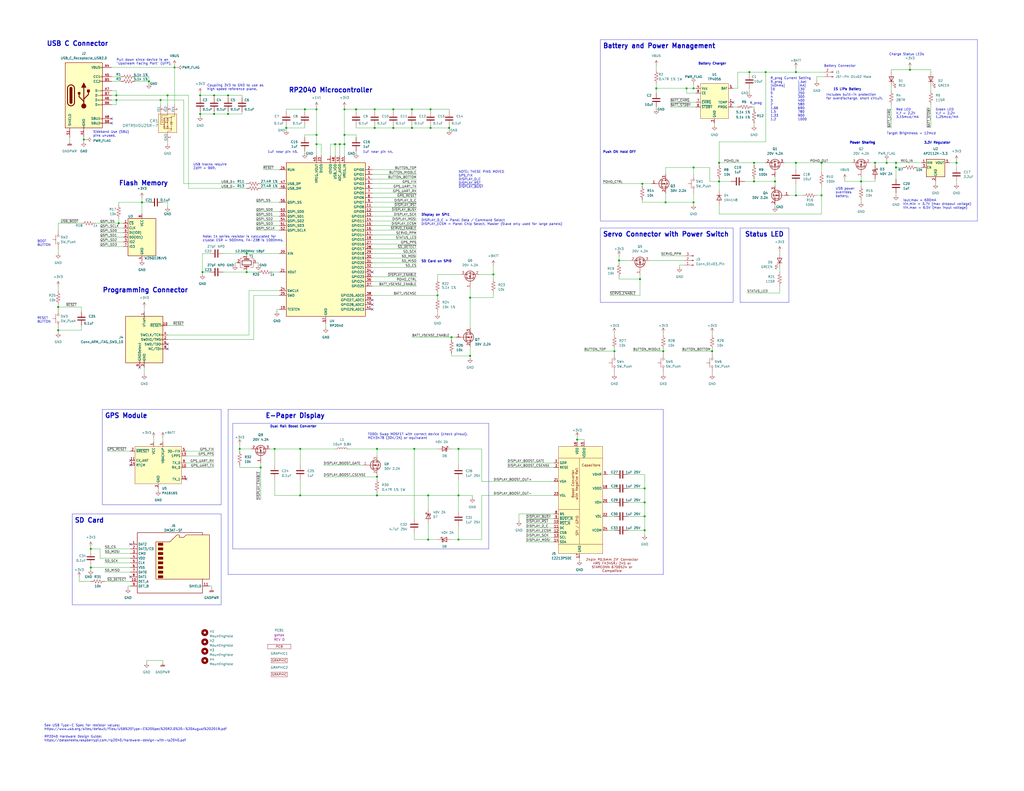
<source format=kicad_sch>
(kicad_sch (version 20231120) (generator "eeschema") (generator_version "8.0")
  (paper "C")
  (title_block (title "Global Scavenger Hunt Positioning System") (date "2025-03-12") (rev "D") (company "Pants for Birds"))
  (lib_symbols
    (symbol "Connector:Conn_01x02_Pin" (pin_names (offset 1.016) hide)
      (property "Reference" "J" (at 0 2.54 0))
      (property "Value" "Conn_01x02_Pin" (at 0 -5.08 0))
      (symbol "Conn_01x02_Pin_1_1"
        (pin passive line (at 5.08 0 180) (length 3.81) (name "Pin_1") (number "1"))
        (pin passive line (at 5.08 -2.54 180) (length 3.81) (name "Pin_2") (number "2"))
      )
    )
    (symbol "Connector:Conn_01x03_Pin" (pin_names (offset 1.016) hide)
      (property "Reference" "J" (at 0 5.08 0))
      (property "Value" "Conn_01x03_Pin" (at 0 -5.08 0))
      (symbol "Conn_01x03_Pin_1_1"
        (pin passive line (at 5.08 2.54 180) (length 3.81) (name "Pin_1") (number "1"))
        (pin passive line (at 5.08 0 180) (length 3.81) (name "Pin_2") (number "2"))
        (pin passive line (at 5.08 -2.54 180) (length 3.81) (name "Pin_3") (number "3"))
      )
    )
    (symbol "Connector:Conn_ARM_JTAG_SWD_10" (pin_names (offset 1.016))
      (property "Reference" "J" (at -2.54 16.51 0))
      (property "Value" "Conn_ARM_JTAG_SWD_10" (at -2.54 13.97 0))
      (symbol "Conn_ARM_JTAG_SWD_10_1_1"
        (pin power_in line (at 0 15.24 270) (length 2.54) (name "VTref") (number "1"))
        (pin open_collector line (at 12.7 7.62 180) (length 2.54) (name "~{RESET}") (number "10"))
        (pin bidirectional line (at 12.7 0 180) (length 2.54) (name "SWDIO/TMS") (number "2"))
        (pin power_in line (at 0 -15.24 90) (length 2.54) (name "GND") (number "3"))
        (pin output line (at 12.7 2.54 180) (length 2.54) (name "SWCLK/TCK") (number "4"))
        (pin passive line (at 0 -15.24 90) (length 2.54) hide (name "GND") (number "5"))
        (pin input line (at 12.7 -2.54 180) (length 2.54) (name "SWO/TDO") (number "6"))
        (pin no_connect line (at -10.16 0 0) (length 2.54) hide (name "KEY") (number "7"))
        (pin output line (at 12.7 -5.08 180) (length 2.54) (name "NC/TDI") (number "8"))
        (pin passive line (at -2.54 -15.24 90) (length 2.54) (name "GNDDetect") (number "9"))
      )
    )
    (symbol "Connector:Micro_SD_Card_Det_Hirose_DM3AT"
      (property "Reference" "J" (at -16.51 17.78 0))
      (property "Value" "Micro_SD_Card_Det_Hirose_DM3AT" (at 16.51 17.78 0))
      (symbol "Micro_SD_Card_Det_Hirose_DM3AT_1_1"
        (pin bidirectional line (at -22.86 10.16 0) (length 3.81) (name "DAT2") (number "1"))
        (pin passive line (at -22.86 -10.16 0) (length 3.81) (name "DET_A") (number "10"))
        (pin passive line (at 20.32 -12.7 180) (length 3.81) (name "SHIELD") (number "11"))
        (pin bidirectional line (at -22.86 7.62 0) (length 3.81) (name "DAT3/CD") (number "2"))
        (pin input line (at -22.86 5.08 0) (length 3.81) (name "CMD") (number "3"))
        (pin power_in line (at -22.86 2.54 0) (length 3.81) (name "VDD") (number "4"))
        (pin input line (at -22.86 0 0) (length 3.81) (name "CLK") (number "5"))
        (pin power_in line (at -22.86 -2.54 0) (length 3.81) (name "VSS") (number "6"))
        (pin bidirectional line (at -22.86 -5.08 0) (length 3.81) (name "DAT0") (number "7"))
        (pin bidirectional line (at -22.86 -7.62 0) (length 3.81) (name "DAT1") (number "8"))
        (pin passive line (at -22.86 -12.7 0) (length 3.81) (name "DET_B") (number "9"))
      )
    )
    (symbol "Connector:USB_C_Receptacle_USB2.0" (pin_names (offset 1.016))
      (property "Reference" "J" (at -10.16 19.05 0))
      (property "Value" "USB_C_Receptacle_USB2.0" (at 19.05 19.05 0))
      (symbol "USB_C_Receptacle_USB2.0_1_1"
        (pin passive line (at 0 -22.86 90) (length 5.08) (name "GND") (number "A1"))
        (pin passive line (at 0 -22.86 90) (length 5.08) hide (name "GND") (number "A12"))
        (pin passive line (at 15.24 15.24 180) (length 5.08) (name "VBUS") (number "A4"))
        (pin bidirectional line (at 15.24 10.16 180) (length 5.08) (name "CC1") (number "A5"))
        (pin bidirectional line (at 15.24 -2.54 180) (length 5.08) (name "D+") (number "A6"))
        (pin bidirectional line (at 15.24 2.54 180) (length 5.08) (name "D-") (number "A7"))
        (pin bidirectional line (at 15.24 -12.7 180) (length 5.08) (name "SBU1") (number "A8"))
        (pin passive line (at 15.24 15.24 180) (length 5.08) hide (name "VBUS") (number "A9"))
        (pin passive line (at 0 -22.86 90) (length 5.08) hide (name "GND") (number "B1"))
        (pin passive line (at 0 -22.86 90) (length 5.08) hide (name "GND") (number "B12"))
        (pin passive line (at 15.24 15.24 180) (length 5.08) hide (name "VBUS") (number "B4"))
        (pin bidirectional line (at 15.24 7.62 180) (length 5.08) (name "CC2") (number "B5"))
        (pin bidirectional line (at 15.24 -5.08 180) (length 5.08) (name "D+") (number "B6"))
        (pin bidirectional line (at 15.24 0 180) (length 5.08) (name "D-") (number "B7"))
        (pin bidirectional line (at 15.24 -15.24 180) (length 5.08) (name "SBU2") (number "B8"))
        (pin passive line (at 15.24 15.24 180) (length 5.08) hide (name "VBUS") (number "B9"))
        (pin passive line (at -7.62 -22.86 90) (length 5.08) (name "SHIELD") (number "S1"))
      )
    )
    (symbol "Custom_Battery_Management:TP4056"
      (property "Reference" "U" (at -6.35 8.89 0))
      (property "Value" "TP4056" (at 5.08 8.89 0))
      (symbol "TP4056_1_1"
        (pin input line (at 10.16 -2.54 180) (length 2.54) (name "TEMP") (number "1"))
        (pin input line (at 10.16 -5.08 180) (length 2.54) (name "PROG") (number "2"))
        (pin power_in line (at 0 -13.97 90) (length 2.54) (name "GND") (number "3"))
        (pin power_in line (at -10.16 5.08 0) (length 2.54) (name "Vcc") (number "4"))
        (pin power_out line (at 10.16 5.08 180) (length 2.54) (name "BAT") (number "5"))
        (pin open_collector line (at -10.16 -5.08 0) (length 2.54) (name "~{STDBY}") (number "6"))
        (pin open_collector line (at -10.16 -2.54 0) (length 2.54) (name "~{CHRG}") (number "7"))
        (pin input line (at -10.16 2.54 0) (length 2.54) (name "CE") (number "8"))
        (pin power_in line (at 0 -13.97 90) (length 2.54) hide (name "GND") (number "9"))
      )
    )
    (symbol "Custom_Display_Graphic:PervasiveDisplays_E2213PS0E_Connector"
      (property "Reference" "J" (at -10.16 7.62 0))
      (property "Value" "E2213PS0E" (at 10.16 7.62 0))
      (symbol "PervasiveDisplays_E2213PS0E_Connector_0_0"
        (pin no_connect line (at 12.7 -1.27 180) (length 2.54) hide (name "NC") (number "1"))
        (pin input line (at -13.97 -35.56 0) (length 2.54) (name "~{RST_N}") (number "10"))
        (pin input line (at -13.97 -38.1 0) (length 2.54) (name "DC") (number "11"))
        (pin input line (at -13.97 -40.64 0) (length 2.54) (name "CSB") (number "12"))
        (pin input line (at -13.97 -43.18 0) (length 2.54) (name "SCL") (number "13"))
        (pin input line (at -13.97 -45.72 0) (length 2.54) (name "SDA") (number "14"))
        (pin power_in line (at 2.54 8.89 270) (length 2.54) (name "VDDIO") (number "15"))
        (pin power_in line (at -1.27 8.89 270) (length 2.54) (name "VDD") (number "16"))
        (pin power_in line (at 0 -54.61 90) (length 2.54) (name "GND") (number "17"))
        (pin passive line (at 15.24 -16.51 180) (length 2.54) (name "VDDD") (number "18"))
        (pin no_connect line (at 12.7 -6.35 180) (length 2.54) hide (name "NC") (number "19"))
        (pin output line (at -13.97 -2.54 0) (length 2.54) (name "GDR") (number "2"))
        (pin passive line (at 15.24 -24.13 180) (length 2.54) (name "VDH") (number "20"))
        (pin passive line (at -13.97 -12.7 0) (length 2.54) (name "VGH") (number "21"))
        (pin passive line (at 15.24 -31.75 180) (length 2.54) (name "VDL") (number "22"))
        (pin passive line (at -13.97 -20.32 0) (length 2.54) (name "VGL") (number "23"))
        (pin passive line (at 15.24 -39.37 180) (length 2.54) (name "VCOM") (number "24"))
        (pin input line (at -13.97 -5.08 0) (length 2.54) (name "RESE") (number "3"))
        (pin no_connect line (at 12.7 -2.54 180) (length 2.54) hide (name "NC") (number "4"))
        (pin passive line (at 15.24 -8.89 180) (length 2.54) (name "VDHR") (number "5"))
        (pin no_connect line (at 12.7 -3.81 180) (length 2.54) hide (name "NC") (number "6"))
        (pin no_connect line (at 12.7 -5.08 180) (length 2.54) hide (name "NC") (number "7"))
        (pin input line (at -13.97 -30.48 0) (length 2.54) (name "BS") (number "8"))
        (pin output line (at -13.97 -33.02 0) (length 2.54) (name "~{BUSY_N}") (number "9"))
      )
      (symbol "PervasiveDisplays_E2213PS0E_Connector_0_1"
        (text "24pin P0.5mm ZIF Connector\nHRS FH34SRJ 24S or\nSTARCONN 6700S24 or\nCompatible" (at 17.78 -58.42 0) (effects (font (size 1.27 1.27))))
        (text "Boost Converter\nwith Negative Rail" (at -2.54 -13.97 900) (effects (font (size 1.27 1.27))))
        (text "Capacitors" (at 6.35 -3.81 0) (effects (font (size 1.27 1.27))))
        (text "SPI / GPIO" (at -1.27 -36.83 900) (effects (font (size 1.27 1.27))))
      )
    )
    (symbol "Custom_MCU:RP2040"
      (property "Reference" "U" (at 17.78 45.72 0))
      (property "Value" "RP2040" (at 17.78 43.18 0))
      (symbol "RP2040_1_1"
        (pin power_in line (at 2.54 45.72 270) (length 3.81) (name "IOVDD") (number "1"))
        (pin passive line (at 2.54 45.72 270) (length 3.81) hide (name "IOVDD") (number "10"))
        (pin bidirectional line (at 25.4 17.78 180) (length 3.81) (name "GPIO8") (number "11"))
        (pin bidirectional line (at 25.4 15.24 180) (length 3.81) (name "GPIO9") (number "12"))
        (pin bidirectional line (at 25.4 12.7 180) (length 3.81) (name "GPIO10") (number "13"))
        (pin bidirectional line (at 25.4 10.16 180) (length 3.81) (name "GPIO11") (number "14"))
        (pin bidirectional line (at 25.4 7.62 180) (length 3.81) (name "GPIO12") (number "15"))
        (pin bidirectional line (at 25.4 5.08 180) (length 3.81) (name "GPIO13") (number "16"))
        (pin bidirectional line (at 25.4 2.54 180) (length 3.81) (name "GPIO14") (number "17"))
        (pin bidirectional line (at 25.4 0 180) (length 3.81) (name "GPIO15") (number "18"))
        (pin input line (at -25.4 -38.1 0) (length 3.81) (name "TESTEN") (number "19"))
        (pin bidirectional line (at 25.4 38.1 180) (length 3.81) (name "GPIO0") (number "2"))
        (pin input line (at -25.4 -7.62 0) (length 3.81) (name "XIN") (number "20"))
        (pin passive line (at -25.4 -17.78 0) (length 3.81) (name "XOUT") (number "21"))
        (pin passive line (at 2.54 45.72 270) (length 3.81) hide (name "IOVDD") (number "22"))
        (pin power_in line (at -2.54 45.72 270) (length 3.81) (name "DVDD") (number "23"))
        (pin input line (at -25.4 -27.94 0) (length 3.81) (name "SWCLK") (number "24"))
        (pin bidirectional line (at -25.4 -30.48 0) (length 3.81) (name "SWD") (number "25"))
        (pin input line (at -25.4 38.1 0) (length 3.81) (name "RUN") (number "26"))
        (pin bidirectional line (at 25.4 -2.54 180) (length 3.81) (name "GPIO16") (number "27"))
        (pin bidirectional line (at 25.4 -5.08 180) (length 3.81) (name "GPIO17") (number "28"))
        (pin bidirectional line (at 25.4 -7.62 180) (length 3.81) (name "GPIO18") (number "29"))
        (pin bidirectional line (at 25.4 35.56 180) (length 3.81) (name "GPIO1") (number "3"))
        (pin bidirectional line (at 25.4 -10.16 180) (length 3.81) (name "GPIO19") (number "30"))
        (pin bidirectional line (at 25.4 -12.7 180) (length 3.81) (name "GPIO20") (number "31"))
        (pin bidirectional line (at 25.4 -15.24 180) (length 3.81) (name "GPIO21") (number "32"))
        (pin passive line (at 2.54 45.72 270) (length 3.81) hide (name "IOVDD") (number "33"))
        (pin bidirectional line (at 25.4 -17.78 180) (length 3.81) (name "GPIO22") (number "34"))
        (pin bidirectional line (at 25.4 -20.32 180) (length 3.81) (name "GPIO23") (number "35"))
        (pin bidirectional line (at 25.4 -22.86 180) (length 3.81) (name "GPIO24") (number "36"))
        (pin bidirectional line (at 25.4 -25.4 180) (length 3.81) (name "GPIO25") (number "37"))
        (pin bidirectional line (at 25.4 -30.48 180) (length 3.81) (name "GPIO26_ADC0") (number "38"))
        (pin bidirectional line (at 25.4 -33.02 180) (length 3.81) (name "GPIO27_ADC1") (number "39"))
        (pin bidirectional line (at 25.4 33.02 180) (length 3.81) (name "GPIO2") (number "4"))
        (pin bidirectional line (at 25.4 -35.56 180) (length 3.81) (name "GPIO28_ADC2") (number "40"))
        (pin bidirectional line (at 25.4 -38.1 180) (length 3.81) (name "GPIO29_ADC3") (number "41"))
        (pin passive line (at 2.54 45.72 270) (length 3.81) hide (name "IOVDD") (number "42"))
        (pin power_in line (at 7.62 45.72 270) (length 3.81) (name "ADC_AVDD") (number "43"))
        (pin power_in line (at 10.16 45.72 270) (length 3.81) (name "VREG_IN") (number "44"))
        (pin power_out line (at -5.08 45.72 270) (length 3.81) (name "VREG_VOUT") (number "45"))
        (pin bidirectional line (at -25.4 27.94 0) (length 3.81) (name "USB_DM") (number "46"))
        (pin bidirectional line (at -25.4 30.48 0) (length 3.81) (name "USB_DP") (number "47"))
        (pin power_in line (at 5.08 45.72 270) (length 3.81) (name "USB_VDD") (number "48"))
        (pin passive line (at 2.54 45.72 270) (length 3.81) hide (name "IOVDD") (number "49"))
        (pin bidirectional line (at 25.4 30.48 180) (length 3.81) (name "GPIO3") (number "5"))
        (pin passive line (at -2.54 45.72 270) (length 3.81) hide (name "DVDD") (number "50"))
        (pin bidirectional line (at -25.4 7.62 0) (length 3.81) (name "QSPI_SD3") (number "51"))
        (pin output line (at -25.4 5.08 0) (length 3.81) (name "QSPI_SCLK") (number "52"))
        (pin bidirectional line (at -25.4 15.24 0) (length 3.81) (name "QSPI_SD0") (number "53"))
        (pin bidirectional line (at -25.4 10.16 0) (length 3.81) (name "QSPI_SD2") (number "54"))
        (pin bidirectional line (at -25.4 12.7 0) (length 3.81) (name "QSPI_SD1") (number "55"))
        (pin bidirectional line (at -25.4 20.32 0) (length 3.81) (name "QSPI_SS") (number "56"))
        (pin power_in line (at 0 -45.72 90) (length 3.81) (name "GND") (number "57"))
        (pin bidirectional line (at 25.4 27.94 180) (length 3.81) (name "GPIO4") (number "6"))
        (pin bidirectional line (at 25.4 25.4 180) (length 3.81) (name "GPIO5") (number "7"))
        (pin bidirectional line (at 25.4 22.86 180) (length 3.81) (name "GPIO6") (number "8"))
        (pin bidirectional line (at 25.4 20.32 180) (length 3.81) (name "GPIO7") (number "9"))
      )
    )
    (symbol "Custom_Module:PA1616S"
      (property "Reference" "U" (at -11.43 8.89 0))
      (property "Value" "PA1616S" (at 8.89 8.89 0))
      (symbol "PA1616S_0_0"
        (pin power_in line (at -2.54 10.16 270) (length 2.54) (name "VCC") (number "1"))
        (pin input line (at 15.24 -3.81 180) (length 2.54) (name "RX_0") (number "10"))
        (pin input line (at -15.24 0 0) (length 2.54) (name "EX_ANT") (number "11"))
        (pin power_in line (at 0 -15.24 90) (length 2.54) hide (name "GND") (number "12"))
        (pin output line (at 15.24 2.54 180) (length 2.54) (name "1PPS") (number "13"))
        (pin input line (at -15.24 -2.54 0) (length 2.54) (name "RTCM") (number "14"))
        (pin output line (at 15.24 -10.16 180) (length 2.54) (name "TX_1") (number "15"))
        (pin no_connect line (at -12.7 -7.62 0) (length 2.54) hide (name "NC") (number "16"))
        (pin no_connect line (at -12.7 -8.89 0) (length 2.54) hide (name "NC") (number "17"))
        (pin no_connect line (at -12.7 -10.16 0) (length 2.54) hide (name "NC") (number "18"))
        (pin power_in line (at 0 -15.24 90) (length 2.54) hide (name "GND") (number "19"))
        (pin input line (at -15.24 5.08 0) (length 2.54) (name "~{NRESET}") (number "2"))
        (pin no_connect line (at -12.7 -11.43 0) (length 2.54) hide (name "NC") (number "20"))
        (pin power_in line (at 0 -15.24 90) (length 2.54) (name "GND") (number "3"))
        (pin power_in line (at 2.54 10.16 270) (length 2.54) (name "VBACKUP") (number "4"))
        (pin output line (at 15.24 5.08 180) (length 2.54) (name "3D-FIX") (number "5"))
        (pin no_connect line (at -12.7 -5.08 0) (length 2.54) hide (name "NC") (number "6"))
        (pin no_connect line (at -12.7 -6.35 0) (length 2.54) hide (name "NC") (number "7"))
        (pin power_in line (at 0 -15.24 90) (length 2.54) hide (name "GND") (number "8"))
        (pin output line (at 15.24 -1.27 180) (length 2.54) (name "TX_0") (number "9"))
      )
    )
    (symbol "Custom_Placeholder:Graphic" (pin_numbers hide) (pin_names (offset 0) hide) (in_bom no)
      (property "Reference" "GRAPHIC" (at 0 2.54 0))
      (symbol "Graphic_0_0"
        (text "GRAPHIC" (at 0 0 0) (effects (font (size 1.27 1.27))))
      )
    )
    (symbol "Custom_Placeholder:PCB" (pin_numbers hide) (pin_names (offset 0) hide) (in_bom no)
      (property "Reference" "PCB" (at 0 4.445 0))
      (property "MPN" "PN XXXXXXX" (at 0 -2.54 0))
      (property "REV" "REV _" (at -3.175 -4.445 0))
      (symbol "PCB_0_0"
        (text "PCB" (at 0 0 0) (effects (font (size 1.27 1.27))))
      )
    )
    (symbol "Custom_Power_Protection:DRTR5V0U2SR-7" (pin_names (offset 0))
      (property "Reference" "CR" (at 0 10.16 0))
      (property "Value" "DRTR5V0U2SR-7" (at 0 7.62 0))
      (symbol "DRTR5V0U2SR-7_1_1"
        (pin power_in line (at -10.16 0 0) (length 5.08) (name "GND") (number "1"))
        (pin passive line (at 10.16 -3.81 180) (length 5.08) (name "IO1") (number "2"))
        (pin passive line (at 10.16 0 180) (length 5.08) (name "IO2") (number "3"))
        (pin power_in line (at 10.16 3.81 180) (length 5.08) (name "Vcc") (number "4"))
      )
    )
    (symbol "Device:C" (pin_numbers hide) (pin_names (offset 0.254))
      (property "Reference" "C" (at 0.635 2.54 0))
      (property "Value" "C" (at 0.635 -2.54 0))
      (symbol "C_1_1"
        (pin passive line (at 0 3.81 270) (length 2.794) (name "~") (number "1"))
        (pin passive line (at 0 -3.81 90) (length 2.794) (name "~") (number "2"))
      )
    )
    (symbol "Device:Crystal_GND24" (pin_names (offset 1.016) hide)
      (property "Reference" "Y" (at 3.175 5.08 0))
      (property "Value" "Crystal_GND24" (at 3.175 3.175 0))
      (symbol "Crystal_GND24_1_1"
        (pin passive line (at -3.81 0 0) (length 1.27) (name "1") (number "1"))
        (pin passive line (at 0 5.08 270) (length 1.27) (name "2") (number "2"))
        (pin passive line (at 3.81 0 180) (length 1.27) (name "3") (number "3"))
        (pin passive line (at 0 -5.08 90) (length 1.27) (name "4") (number "4"))
      )
    )
    (symbol "Device:D" (pin_numbers hide) (pin_names (offset 1.016) hide)
      (property "Reference" "D" (at 0 2.54 0))
      (property "Value" "D" (at 0 -2.54 0))
      (symbol "D_1_1"
        (pin passive line (at -3.81 0 0) (length 2.54) (name "K") (number "1"))
        (pin passive line (at 3.81 0 180) (length 2.54) (name "A") (number "2"))
      )
    )
    (symbol "Device:D_Schottky" (pin_numbers hide) (pin_names (offset 1.016) hide)
      (property "Reference" "D" (at 0 2.54 0))
      (property "Value" "D_Schottky" (at 0 -2.54 0))
      (symbol "D_Schottky_1_1"
        (pin passive line (at -3.81 0 0) (length 2.54) (name "K") (number "1"))
        (pin passive line (at 3.81 0 180) (length 2.54) (name "A") (number "2"))
      )
    )
    (symbol "Device:L" (pin_numbers hide) (pin_names (offset 1.016) hide)
      (property "Reference" "L" (at -1.27 0 90))
      (property "Value" "L" (at 1.905 0 90))
      (symbol "L_1_1"
        (pin passive line (at 0 3.81 270) (length 1.27) (name "1") (number "1"))
        (pin passive line (at 0 -3.81 90) (length 1.27) (name "2") (number "2"))
      )
    )
    (symbol "Device:LED" (pin_numbers hide) (pin_names (offset 1.016) hide)
      (property "Reference" "D" (at 0 2.54 0))
      (property "Value" "LED" (at 0 -2.54 0))
      (symbol "LED_1_1"
        (pin passive line (at -3.81 0 0) (length 2.54) (name "K") (number "1"))
        (pin passive line (at 3.81 0 180) (length 2.54) (name "A") (number "2"))
      )
    )
    (symbol "Device:Q_NMOS_GSD" (pin_names (offset 0) hide)
      (property "Reference" "Q" (at 5.08 1.27 0))
      (property "Value" "Q_NMOS_GSD" (at 5.08 -1.27 0))
      (symbol "Q_NMOS_GSD_1_1"
        (pin input line (at -5.08 0 0) (length 2.54) (name "G") (number "1"))
        (pin passive line (at 2.54 -5.08 90) (length 2.54) (name "S") (number "2"))
        (pin passive line (at 2.54 5.08 270) (length 2.54) (name "D") (number "3"))
      )
    )
    (symbol "Device:Q_PMOS_GSD" (pin_names (offset 0) hide)
      (property "Reference" "Q" (at 5.08 1.27 0))
      (property "Value" "Q_PMOS_GSD" (at 5.08 -1.27 0))
      (symbol "Q_PMOS_GSD_1_1"
        (pin input line (at -5.08 0 0) (length 2.54) (name "G") (number "1"))
        (pin passive line (at 2.54 -5.08 90) (length 2.54) (name "S") (number "2"))
        (pin passive line (at 2.54 5.08 270) (length 2.54) (name "D") (number "3"))
      )
    )
    (symbol "Device:R_US" (pin_numbers hide) (pin_names (offset 0))
      (property "Reference" "R" (at 2.54 0 90))
      (property "Value" "R_US" (at -2.54 0 90))
      (symbol "R_US_1_1"
        (pin passive line (at 0 3.81 270) (length 1.27) (name "~") (number "1"))
        (pin passive line (at 0 -3.81 90) (length 1.27) (name "~") (number "2"))
      )
    )
    (symbol "Mechanical:MountingHole" (pin_names (offset 1.016)) (exclude_from_sim yes) (in_bom no)
      (property "Reference" "H" (at 0 5.08 0))
      (property "Value" "MountingHole" (at 0 3.175 0))
    )
    (symbol "Memory_Flash:W25Q128JVS"
      (property "Reference" "U" (at -6.35 11.43 0))
      (property "Value" "W25Q128JVS" (at 7.62 11.43 0))
      (symbol "W25Q128JVS_1_1"
        (pin input line (at -10.16 7.62 0) (length 2.54) (name "~{CS}") (number "1"))
        (pin bidirectional line (at -10.16 0 0) (length 2.54) (name "DO(IO1)") (number "2"))
        (pin bidirectional line (at -10.16 -2.54 0) (length 2.54) (name "IO2") (number "3"))
        (pin power_in line (at 0 -12.7 90) (length 2.54) (name "GND") (number "4"))
        (pin bidirectional line (at -10.16 2.54 0) (length 2.54) (name "DI(IO0)") (number "5"))
        (pin input line (at -10.16 5.08 0) (length 2.54) (name "CLK") (number "6"))
        (pin bidirectional line (at -10.16 -5.08 0) (length 2.54) (name "IO3") (number "7"))
        (pin power_in line (at 0 12.7 270) (length 2.54) (name "VCC") (number "8"))
      )
    )
    (symbol "Regulator_Linear:AP2112K-3.3" (pin_names (offset 0.254))
      (property "Reference" "U" (at -5.08 5.715 0))
      (property "Value" "AP2112K-3.3" (at 0 5.715 0))
      (symbol "AP2112K-3.3_1_1"
        (pin power_in line (at -7.62 2.54 0) (length 2.54) (name "VIN") (number "1"))
        (pin power_in line (at 0 -7.62 90) (length 2.54) (name "GND") (number "2"))
        (pin input line (at -7.62 0 0) (length 2.54) (name "EN") (number "3"))
        (pin no_connect line (at 5.08 0 180) (length 2.54) hide (name "NC") (number "4"))
        (pin power_out line (at 7.62 2.54 180) (length 2.54) (name "VOUT") (number "5"))
      )
    )
    (symbol "Switch:SW_Push" (pin_numbers hide) (pin_names (offset 1.016) hide)
      (property "Reference" "SW" (at 1.27 2.54 0))
      (property "Value" "SW_Push" (at 0 -1.524 0))
      (symbol "SW_Push_0_1"
        (pin passive line (at -5.08 0 0) (length 2.54) (name "1") (number "1"))
        (pin passive line (at 5.08 0 180) (length 2.54) (name "2") (number "2"))
      )
    )
    (symbol "Transistor_FET:2N7002" (pin_names hide)
      (property "Reference" "Q" (at 5.08 1.905 0))
      (property "Value" "2N7002" (at 5.08 0 0))
      (symbol "2N7002_1_1"
        (pin input line (at -5.08 0 0) (length 2.54) (name "G") (number "1"))
        (pin passive line (at 2.54 -5.08 90) (length 2.54) (name "S") (number "2"))
        (pin passive line (at 2.54 5.08 270) (length 2.54) (name "D") (number "3"))
      )
    )
    (symbol "power:+1V1" (power) (pin_numbers hide) (pin_names (offset 0) hide)
      (property "Value" "+1V1" (at 0 3.556 0))
      (symbol "+1V1_1_1"
        (pin power_in line (at 0 0 90) (length 0) (name "~") (number "1"))
      )
    )
    (symbol "power:+3V3" (power) (pin_numbers hide) (pin_names (offset 0) hide)
      (property "Value" "+3V3" (at 0 3.556 0))
      (symbol "+3V3_1_1"
        (pin power_in line (at 0 0 90) (length 0) (name "~") (number "1"))
      )
    )
    (symbol "power:+BATT" (power) (pin_numbers hide) (pin_names (offset 0) hide)
      (property "Value" "+BATT" (at 0 3.556 0))
      (symbol "+BATT_1_1"
        (pin power_in line (at 0 0 90) (length 0) (name "~") (number "1"))
      )
    )
    (symbol "power:GND" (power) (pin_numbers hide) (pin_names (offset 0) hide)
      (property "Value" "GND" (at 0 -3.81 0))
      (symbol "GND_1_1"
        (pin power_in line (at 0 0 270) (length 0) (name "~") (number "1"))
      )
    )
    (symbol "power:GNDPWR" (power) (pin_numbers hide) (pin_names (offset 0) hide)
      (property "Value" "GNDPWR" (at 0 -3.302 0))
      (symbol "GNDPWR_1_1"
        (pin power_in line (at 0 0 270) (length 0) (name "~") (number "1"))
      )
    )
    (symbol "power:PWR_FLAG" (power) (pin_numbers hide) (pin_names (offset 0) hide)
      (property "Value" "PWR_FLAG" (at 0 3.81 0))
      (symbol "PWR_FLAG_0_0"
        (pin power_out line (at 0 0 90) (length 0) (name "~") (number "1"))
      )
    )
    (symbol "power:VBUS" (power) (pin_numbers hide) (pin_names (offset 0) hide)
      (property "Value" "VBUS" (at 0 3.556 0))
      (symbol "VBUS_1_1"
        (pin power_in line (at 0 0 90) (length 0) (name "~") (number "1"))
      )
    )
  )
  (junction (at 469.9 99.06))
  (junction (at 163.83 270.51))
  (junction (at 166.37 59.69))
  (junction (at 250.19 245.11))
  (junction (at 204.47 59.69))
  (junction (at 205.74 245.11))
  (junction (at 109.22 52.07))
  (junction (at 245.11 69.85))
  (junction (at 351.79 274.32))
  (junction (at 422.91 99.06))
  (junction (at 234.95 59.69))
  (junction (at 214.63 69.85))
  (junction (at 81.28 44.45))
  (junction (at 124.46 62.23))
  (junction (at 448.31 88.9))
  (junction (at 110.49 148.59))
  (junction (at 172.72 78.74))
  (junction (at 134.62 148.59))
  (junction (at 250.19 294.64))
  (junction (at 411.48 99.06))
  (junction (at 417.83 39.37))
  (junction (at 488.95 88.9))
  (junction (at 378.46 91.44))
  (junction (at 224.79 69.85))
  (junction (at 224.79 59.69))
  (junction (at 149.86 245.11))
  (junction (at 63.5 54.61))
  (junction (at 269.24 149.86))
  (junction (at 49.53 299.72))
  (junction (at 434.34 88.9))
  (junction (at 392.43 99.06))
  (junction (at 77.47 110.49))
  (junction (at 182.88 78.74))
  (junction (at 204.47 69.85))
  (junction (at 95.25 36.83))
  (junction (at 411.48 88.9))
  (junction (at 392.43 88.9))
  (junction (at 363.22 110.49))
  (junction (at 172.72 59.69))
  (junction (at 130.81 245.11))
  (junction (at 434.34 39.37))
  (junction (at 378.46 110.49))
  (junction (at 214.63 59.69))
  (junction (at 256.54 162.56))
  (junction (at 172.72 73.66))
  (junction (at 351.79 289.56))
  (junction (at 349.25 152.4))
  (junction (at 63.5 52.07))
  (junction (at 187.96 78.74))
  (junction (at 185.42 78.74))
  (junction (at 388.62 191.77))
  (junction (at 350.52 100.33))
  (junction (at 187.96 59.69))
  (junction (at 156.21 69.85))
  (junction (at 116.84 62.23))
  (junction (at 361.95 191.77))
  (junction (at 49.53 309.88))
  (junction (at 134.62 138.43))
  (junction (at 374.65 48.26))
  (junction (at 233.68 270.51))
  (junction (at 351.79 281.94))
  (junction (at 31.75 167.64))
  (junction (at 246.38 184.15))
  (junction (at 205.74 260.35))
  (junction (at 496.57 38.1))
  (junction (at 234.95 69.85))
  (junction (at 64.77 121.92))
  (junction (at 91.44 52.07))
  (junction (at 378.46 48.26))
  (junction (at 116.84 52.07))
  (junction (at 142.24 255.27))
  (junction (at 31.75 180.34))
  (junction (at 187.96 73.66))
  (junction (at 488.95 91.44))
  (junction (at 205.74 270.51))
  (junction (at 194.31 59.69))
  (junction (at 448.31 106.68))
  (junction (at 250.19 270.51))
  (junction (at 358.14 48.26))
  (junction (at 87.63 54.61))
  (junction (at 124.46 52.07))
  (junction (at 434.34 106.68))
  (junction (at 226.06 245.11))
  (junction (at 408.94 39.37))
  (junction (at 45.72 76.2))
  (junction (at 477.52 88.9))
  (junction (at 109.22 62.23))
  (junction (at 238.76 161.29))
  (junction (at 351.79 266.7))
  (junction (at 521.97 88.9))
  (junction (at 233.68 294.64))
  (junction (at 256.54 194.31))
  (junction (at 163.83 245.11))
  (junction (at 314.96 240.03))
  (junction (at 337.82 142.24))
  (junction (at 335.28 191.77))
  (junction (at 483.87 88.9))
  (no_connect (at 203.2 168.91))
  (no_connect (at 400.05 55.88))
  (no_connect (at 71.12 254))
  (no_connect (at 60.96 67.31))
  (no_connect (at 60.96 64.77))
  (no_connect (at 91.44 190.5))
  (no_connect (at 71.12 251.46))
  (no_connect (at 203.2 148.59))
  (no_connect (at 203.2 163.83))
  (no_connect (at 71.12 314.96))
  (no_connect (at 91.44 187.96))
  (no_connect (at 203.2 166.37))
  (no_connect (at 101.6 261.62))
  (no_connect (at 71.12 297.18))
  (no_connect (at 76.2 200.66))
  (wire (pts (xy 378.46 45.72) (xy 378.46 48.26)))
  (wire (pts (xy 109.22 62.23) (xy 109.22 63.5)))
  (wire (pts (xy 233.68 285.75) (xy 233.68 294.64)))
  (wire (pts (xy 139.7 125.73) (xy 152.4 125.73)))
  (wire (pts (xy 224.79 59.69) (xy 224.79 60.96)))
  (wire (pts (xy 139.7 110.49) (xy 152.4 110.49)))
  (wire (pts (xy 245.11 59.69) (xy 245.11 60.96)))
  (wire (pts (xy 176.53 260.35) (xy 205.74 260.35)))
  (wire (pts (xy 337.82 151.13) (xy 337.82 152.4)))
  (wire (pts (xy 402.59 39.37) (xy 408.94 39.37)))
  (wire (pts (xy 469.9 109.22) (xy 469.9 110.49)))
  (wire (pts (xy 204.47 59.69) (xy 204.47 60.96)))
  (wire (pts (xy 67.31 132.08) (xy 54.61 132.08)))
  (wire (pts (xy 411.48 99.06) (xy 406.4 99.06)))
  (polyline (pts (xy 39.37 280.67) (xy 120.65 280.67)))
  (wire (pts (xy 392.43 97.79) (xy 392.43 99.06)))
  (wire (pts (xy 116.84 52.07) (xy 124.46 52.07)))
  (wire (pts (xy 151.13 168.91) (xy 152.4 168.91)))
  (wire (pts (xy 477.52 88.9) (xy 477.52 90.17)))
  (wire (pts (xy 149.86 270.51) (xy 163.83 270.51)))
  (wire (pts (xy 337.82 142.24) (xy 337.82 143.51)))
  (wire (pts (xy 496.57 36.83) (xy 496.57 38.1)))
  (wire (pts (xy 71.12 304.8) (xy 54.61 304.8)))
  (wire (pts (xy 342.9 259.08) (xy 351.79 259.08)))
  (wire (pts (xy 350.52 100.33) (xy 350.52 101.6)))
  (wire (pts (xy 226.06 283.21) (xy 226.06 245.11)))
  (wire (pts (xy 214.63 59.69) (xy 214.63 60.96)))
  (wire (pts (xy 203.2 100.33) (xy 227.33 100.33)))
  (wire (pts (xy 88.9 360.68) (xy 80.01 360.68)))
  (polyline (pts (xy 55.88 223.52) (xy 120.65 223.52)))
  (wire (pts (xy 351.79 259.08) (xy 351.79 266.7)))
  (wire (pts (xy 110.49 148.59) (xy 110.49 138.43)))
  (wire (pts (xy 77.47 110.49) (xy 81.28 110.49)))
  (wire (pts (xy 287.02 295.91) (xy 302.26 295.91)))
  (wire (pts (xy 101.6 246.38) (xy 116.84 246.38)))
  (wire (pts (xy 392.43 99.06) (xy 398.78 99.06)))
  (wire (pts (xy 140.97 143.51) (xy 139.7 143.51)))
  (wire (pts (xy 101.6 248.92) (xy 116.84 248.92)))
  (wire (pts (xy 135.89 182.88) (xy 135.89 158.75)))
  (polyline (pts (xy 533.4 120.65) (xy 533.4 21.59)))
  (wire (pts (xy 411.48 88.9) (xy 411.48 90.17)))
  (wire (pts (xy 44.45 180.34) (xy 44.45 177.8)))
  (wire (pts (xy 57.15 302.26) (xy 71.12 302.26)))
  (wire (pts (xy 182.88 78.74) (xy 185.42 78.74)))
  (wire (pts (xy 508 57.15) (xy 508 69.85)))
  (wire (pts (xy 180.34 85.09) (xy 180.34 78.74)))
  (wire (pts (xy 88.9 361.95) (xy 88.9 360.68)))
  (wire (pts (xy 434.34 106.68) (xy 430.53 106.68)))
  (wire (pts (xy 203.2 146.05) (xy 227.33 146.05)))
  (wire (pts (xy 31.75 167.64) (xy 31.75 168.91)))
  (wire (pts (xy 60.96 36.83) (xy 95.25 36.83)))
  (wire (pts (xy 387.35 91.44) (xy 378.46 91.44)))
  (wire (pts (xy 63.5 49.53) (xy 60.96 49.53)))
  (wire (pts (xy 132.08 60.96) (xy 132.08 62.23)))
  (wire (pts (xy 227.33 113.03) (xy 203.2 113.03)))
  (wire (pts (xy 500.38 91.44) (xy 502.92 91.44)))
  (wire (pts (xy 87.63 54.61) (xy 63.5 54.61)))
  (wire (pts (xy 149.86 261.62) (xy 149.86 270.51)))
  (wire (pts (xy 87.63 54.61) (xy 87.63 57.15)))
  (wire (pts (xy 203.2 130.81) (xy 227.33 130.81)))
  (wire (pts (xy 109.22 52.07) (xy 116.84 52.07)))
  (wire (pts (xy 434.34 36.83) (xy 434.34 39.37)))
  (wire (pts (xy 31.75 180.34) (xy 31.75 181.61)))
  (wire (pts (xy 69.85 320.04) (xy 71.12 320.04)))
  (wire (pts (xy 488.95 88.9) (xy 502.92 88.9)))
  (wire (pts (xy 331.47 259.08) (xy 335.28 259.08)))
  (wire (pts (xy 64.77 119.38) (xy 64.77 121.92)))
  (wire (pts (xy 226.06 245.11) (xy 238.76 245.11)))
  (wire (pts (xy 130.81 255.27) (xy 130.81 254)))
  (wire (pts (xy 392.43 99.06) (xy 392.43 104.14)))
  (wire (pts (xy 344.17 142.24) (xy 337.82 142.24)))
  (wire (pts (xy 335.28 191.77) (xy 335.28 193.04)))
  (wire (pts (xy 172.72 59.69) (xy 172.72 73.66)))
  (wire (pts (xy 205.74 260.35) (xy 205.74 261.62)))
  (polyline (pts (xy 124.46 223.52) (xy 124.46 313.69)))
  (wire (pts (xy 417.83 77.47) (xy 392.43 77.47)))
  (wire (pts (xy 194.31 59.69) (xy 194.31 60.96)))
  (wire (pts (xy 203.2 156.21) (xy 227.33 156.21)))
  (wire (pts (xy 63.5 54.61) (xy 60.96 54.61)))
  (polyline (pts (xy 120.65 280.67) (xy 120.65 330.2)))
  (wire (pts (xy 363.22 110.49) (xy 378.46 110.49)))
  (wire (pts (xy 31.75 121.92) (xy 31.75 125.73)))
  (wire (pts (xy 54.61 299.72) (xy 49.53 299.72)))
  (wire (pts (xy 194.31 69.85) (xy 194.31 68.58)))
  (wire (pts (xy 31.75 167.64) (xy 44.45 167.64)))
  (wire (pts (xy 91.44 185.42) (xy 138.43 185.42)))
  (wire (pts (xy 114.3 148.59) (xy 110.49 148.59)))
  (wire (pts (xy 410.21 58.42) (xy 411.48 58.42)))
  (wire (pts (xy 57.15 307.34) (xy 71.12 307.34)))
  (wire (pts (xy 269.24 144.78) (xy 269.24 149.86)))
  (wire (pts (xy 204.47 68.58) (xy 204.47 69.85)))
  (wire (pts (xy 95.25 57.15) (xy 95.25 36.83)))
  (wire (pts (xy 392.43 77.47) (xy 392.43 88.9)))
  (wire (pts (xy 100.33 54.61) (xy 87.63 54.61)))
  (wire (pts (xy 80.01 360.68) (xy 80.01 361.95)))
  (wire (pts (xy 109.22 60.96) (xy 109.22 62.23)))
  (wire (pts (xy 302.26 262.89) (xy 262.89 262.89)))
  (wire (pts (xy 182.88 78.74) (xy 182.88 85.09)))
  (wire (pts (xy 54.61 124.46) (xy 67.31 124.46)))
  (wire (pts (xy 408.94 48.26) (xy 408.94 50.8)))
  (wire (pts (xy 425.45 156.21) (xy 425.45 160.02)))
  (wire (pts (xy 287.02 293.37) (xy 302.26 293.37)))
  (wire (pts (xy 488.95 91.44) (xy 488.95 97.79)))
  (wire (pts (xy 128.27 143.51) (xy 129.54 143.51)))
  (wire (pts (xy 434.34 106.68) (xy 438.15 106.68)))
  (wire (pts (xy 166.37 82.55) (xy 166.37 83.82)))
  (wire (pts (xy 130.81 242.57) (xy 130.81 245.11)))
  (wire (pts (xy 434.34 39.37) (xy 449.58 39.37)))
  (wire (pts (xy 203.2 133.35) (xy 227.33 133.35)))
  (wire (pts (xy 205.74 259.08) (xy 205.74 260.35)))
  (wire (pts (xy 372.11 191.77) (xy 388.62 191.77)))
  (wire (pts (xy 77.47 110.49) (xy 77.47 116.84)))
  (wire (pts (xy 349.25 152.4) (xy 349.25 149.86)))
  (wire (pts (xy 203.2 107.95) (xy 227.33 107.95)))
  (wire (pts (xy 49.53 309.88) (xy 49.53 311.15)))
  (wire (pts (xy 486.41 46.99) (xy 486.41 49.53)))
  (wire (pts (xy 361.95 190.5) (xy 361.95 191.77)))
  (wire (pts (xy 185.42 78.74) (xy 187.96 78.74)))
  (wire (pts (xy 214.63 59.69) (xy 224.79 59.69)))
  (wire (pts (xy 166.37 59.69) (xy 166.37 60.96)))
  (polyline (pts (xy 127 231.14) (xy 127 299.72)))
  (wire (pts (xy 91.44 52.07) (xy 91.44 57.15)))
  (wire (pts (xy 257.81 270.51) (xy 250.19 270.51)))
  (wire (pts (xy 400.05 58.42) (xy 402.59 58.42)))
  (wire (pts (xy 124.46 62.23) (xy 124.46 60.96)))
  (wire (pts (xy 342.9 274.32) (xy 351.79 274.32)))
  (wire (pts (xy 31.75 180.34) (xy 44.45 180.34)))
  (wire (pts (xy 287.02 285.75) (xy 302.26 285.75)))
  (wire (pts (xy 246.38 184.15) (xy 248.92 184.15)))
  (wire (pts (xy 205.74 245.11) (xy 205.74 248.92)))
  (wire (pts (xy 234.95 59.69) (xy 245.11 59.69)))
  (wire (pts (xy 331.47 266.7) (xy 335.28 266.7)))
  (wire (pts (xy 351.79 289.56) (xy 351.79 292.1)))
  (wire (pts (xy 411.48 88.9) (xy 417.83 88.9)))
  (wire (pts (xy 392.43 116.84) (xy 392.43 111.76)))
  (wire (pts (xy 302.26 270.51) (xy 262.89 270.51)))
  (wire (pts (xy 256.54 194.31) (xy 256.54 195.58)))
  (wire (pts (xy 203.2 140.97) (xy 227.33 140.97)))
  (wire (pts (xy 224.79 69.85) (xy 214.63 69.85)))
  (wire (pts (xy 163.83 261.62) (xy 163.83 270.51)))
  (wire (pts (xy 392.43 90.17) (xy 392.43 88.9)))
  (wire (pts (xy 58.42 246.38) (xy 71.12 246.38)))
  (wire (pts (xy 156.21 69.85) (xy 156.21 71.12)))
  (wire (pts (xy 422.91 99.06) (xy 422.91 101.6)))
  (wire (pts (xy 508 46.99) (xy 508 49.53)))
  (wire (pts (xy 31.75 156.21) (xy 31.75 158.75)))
  (wire (pts (xy 86.36 266.7) (xy 86.36 267.97)))
  (wire (pts (xy 100.33 100.33) (xy 134.62 100.33)))
  (wire (pts (xy 116.84 52.07) (xy 116.84 53.34)))
  (wire (pts (xy 233.68 270.51) (xy 250.19 270.51)))
  (wire (pts (xy 445.77 41.91) (xy 445.77 44.45)))
  (wire (pts (xy 256.54 157.48) (xy 256.54 162.56)))
  (wire (pts (xy 342.9 266.7) (xy 351.79 266.7)))
  (wire (pts (xy 142.24 100.33) (xy 152.4 100.33)))
  (wire (pts (xy 411.48 99.06) (xy 422.91 99.06)))
  (wire (pts (xy 100.33 100.33) (xy 100.33 54.61)))
  (wire (pts (xy 67.31 134.62) (xy 54.61 134.62)))
  (wire (pts (xy 363.22 91.44) (xy 363.22 95.25)))
  (wire (pts (xy 407.67 160.02) (xy 425.45 160.02)))
  (wire (pts (xy 276.86 252.73) (xy 302.26 252.73)))
  (wire (pts (xy 172.72 58.42) (xy 172.72 59.69)))
  (wire (pts (xy 52.07 121.92) (xy 64.77 121.92)))
  (wire (pts (xy 486.41 38.1) (xy 486.41 39.37)))
  (wire (pts (xy 434.34 88.9) (xy 434.34 92.71)))
  (wire (pts (xy 67.31 127) (xy 54.61 127)))
  (wire (pts (xy 43.18 317.5) (xy 49.53 317.5)))
  (wire (pts (xy 434.34 88.9) (xy 448.31 88.9)))
  (wire (pts (xy 124.46 52.07) (xy 124.46 53.34)))
  (wire (pts (xy 44.45 167.64) (xy 44.45 170.18)))
  (wire (pts (xy 250.19 270.51) (xy 250.19 279.4)))
  (wire (pts (xy 233.68 270.51) (xy 205.74 270.51)))
  (wire (pts (xy 246.38 194.31) (xy 256.54 194.31)))
  (wire (pts (xy 469.9 96.52) (xy 469.9 99.06)))
  (wire (pts (xy 115.57 321.31) (xy 115.57 320.04)))
  (wire (pts (xy 245.11 69.85) (xy 234.95 69.85)))
  (wire (pts (xy 49.53 298.45) (xy 49.53 299.72)))
  (wire (pts (xy 203.2 95.25) (xy 227.33 95.25)))
  (wire (pts (xy 448.31 116.84) (xy 392.43 116.84)))
  (wire (pts (xy 246.38 245.11) (xy 250.19 245.11)))
  (wire (pts (xy 187.96 73.66) (xy 194.31 73.66)))
  (wire (pts (xy 250.19 245.11) (xy 250.19 254)))
  (wire (pts (xy 378.46 48.26) (xy 379.73 48.26)))
  (wire (pts (xy 96.52 36.83) (xy 95.25 36.83)))
  (wire (pts (xy 233.68 294.64) (xy 238.76 294.64)))
  (wire (pts (xy 57.15 299.72) (xy 71.12 299.72)))
  (wire (pts (xy 38.1 74.93) (xy 38.1 77.47)))
  (wire (pts (xy 269.24 149.86) (xy 261.62 149.86)))
  (wire (pts (xy 245.11 68.58) (xy 245.11 69.85)))
  (wire (pts (xy 102.87 52.07) (xy 91.44 52.07)))
  (wire (pts (xy 349.25 152.4) (xy 349.25 161.29)))
  (wire (pts (xy 521.97 99.06) (xy 521.97 100.33)))
  (wire (pts (xy 77.47 107.95) (xy 77.47 110.49)))
  (wire (pts (xy 365.76 58.42) (xy 379.73 58.42)))
  (wire (pts (xy 314.96 240.03) (xy 318.77 240.03)))
  (wire (pts (xy 63.5 57.15) (xy 63.5 54.61)))
  (wire (pts (xy 227.33 102.87) (xy 203.2 102.87)))
  (wire (pts (xy 350.52 100.33) (xy 355.6 100.33)))
  (wire (pts (xy 224.79 68.58) (xy 224.79 69.85)))
  (wire (pts (xy 180.34 78.74) (xy 182.88 78.74)))
  (wire (pts (xy 185.42 78.74) (xy 185.42 85.09)))
  (wire (pts (xy 402.59 48.26) (xy 402.59 39.37)))
  (wire (pts (xy 203.2 161.29) (xy 238.76 161.29)))
  (wire (pts (xy 187.96 78.74) (xy 187.96 85.09)))
  (wire (pts (xy 101.6 252.73) (xy 116.84 252.73)))
  (wire (pts (xy 510.54 99.06) (xy 510.54 100.33)))
  (wire (pts (xy 203.2 143.51) (xy 227.33 143.51)))
  (wire (pts (xy 400.05 48.26) (xy 402.59 48.26)))
  (wire (pts (xy 187.96 58.42) (xy 187.96 59.69)))
  (wire (pts (xy 461.01 97.79) (xy 461.01 99.06)))
  (wire (pts (xy 31.75 166.37) (xy 31.75 167.64)))
  (wire (pts (xy 156.21 69.85) (xy 156.21 68.58)))
  (wire (pts (xy 88.9 238.76) (xy 88.9 241.3)))
  (wire (pts (xy 256.54 162.56) (xy 256.54 179.07)))
  (wire (pts (xy 166.37 59.69) (xy 172.72 59.69)))
  (wire (pts (xy 227.33 123.19) (xy 203.2 123.19)))
  (wire (pts (xy 60.96 41.91) (xy 66.04 41.91)))
  (wire (pts (xy 132.08 62.23) (xy 124.46 62.23)))
  (wire (pts (xy 276.86 255.27) (xy 302.26 255.27)))
  (wire (pts (xy 166.37 69.85) (xy 156.21 69.85)))
  (wire (pts (xy 194.31 73.66) (xy 194.31 74.93)))
  (polyline (pts (xy 361.95 313.69) (xy 361.95 223.52)))
  (wire (pts (xy 187.96 73.66) (xy 187.96 78.74)))
  (wire (pts (xy 379.73 50.8) (xy 374.65 50.8)))
  (wire (pts (xy 214.63 69.85) (xy 204.47 69.85)))
  (wire (pts (xy 109.22 52.07) (xy 109.22 53.34)))
  (wire (pts (xy 110.49 148.59) (xy 110.49 149.86)))
  (wire (pts (xy 81.28 45.72) (xy 81.28 44.45)))
  (wire (pts (xy 238.76 152.4) (xy 238.76 149.86)))
  (wire (pts (xy 256.54 189.23) (xy 256.54 194.31)))
  (wire (pts (xy 194.31 59.69) (xy 204.47 59.69)))
  (wire (pts (xy 392.43 99.06) (xy 387.35 99.06)))
  (wire (pts (xy 148.59 148.59) (xy 152.4 148.59)))
  (wire (pts (xy 203.2 128.27) (xy 227.33 128.27)))
  (wire (pts (xy 102.87 102.87) (xy 102.87 52.07)))
  (wire (pts (xy 163.83 270.51) (xy 205.74 270.51)))
  (wire (pts (xy 121.92 138.43) (xy 134.62 138.43)))
  (wire (pts (xy 152.4 92.71) (xy 143.51 92.71)))
  (wire (pts (xy 425.45 137.16) (xy 425.45 138.43)))
  (wire (pts (xy 318.77 240.03) (xy 318.77 241.3)))
  (wire (pts (xy 521.97 87.63) (xy 521.97 88.9)))
  (wire (pts (xy 358.14 48.26) (xy 358.14 50.8)))
  (wire (pts (xy 172.72 73.66) (xy 166.37 73.66)))
  (wire (pts (xy 392.43 88.9) (xy 411.48 88.9)))
  (wire (pts (xy 238.76 170.18) (xy 238.76 171.45)))
  (wire (pts (xy 363.22 110.49) (xy 350.52 110.49)))
  (wire (pts (xy 175.26 78.74) (xy 172.72 78.74)))
  (wire (pts (xy 142.24 255.27) (xy 142.24 273.05)))
  (wire (pts (xy 204.47 59.69) (xy 214.63 59.69)))
  (wire (pts (xy 227.33 118.11) (xy 203.2 118.11)))
  (wire (pts (xy 262.89 262.89) (xy 262.89 245.11)))
  (wire (pts (xy 508 38.1) (xy 508 39.37)))
  (wire (pts (xy 389.89 67.31) (xy 389.89 68.58)))
  (wire (pts (xy 45.72 76.2) (xy 46.99 76.2)))
  (wire (pts (xy 205.74 269.24) (xy 205.74 270.51)))
  (wire (pts (xy 370.84 144.78) (xy 373.38 144.78)))
  (wire (pts (xy 269.24 160.02) (xy 269.24 162.56)))
  (wire (pts (xy 448.31 106.68) (xy 448.31 116.84)))
  (wire (pts (xy 172.72 78.74) (xy 172.72 85.09)))
  (wire (pts (xy 138.43 161.29) (xy 138.43 185.42)))
  (wire (pts (xy 83.82 238.76) (xy 83.82 241.3)))
  (wire (pts (xy 198.12 254) (xy 176.53 254)))
  (wire (pts (xy 283.21 280.67) (xy 302.26 280.67)))
  (wire (pts (xy 374.65 48.26) (xy 378.46 48.26)))
  (wire (pts (xy 342.9 289.56) (xy 351.79 289.56)))
  (wire (pts (xy 411.48 67.31) (xy 411.48 68.58)))
  (wire (pts (xy 335.28 190.5) (xy 335.28 191.77)))
  (wire (pts (xy 345.44 191.77) (xy 361.95 191.77)))
  (wire (pts (xy 91.44 110.49) (xy 88.9 110.49)))
  (wire (pts (xy 358.14 45.72) (xy 358.14 48.26)))
  (wire (pts (xy 316.23 304.8) (xy 316.23 306.07)))
  (wire (pts (xy 448.31 88.9) (xy 448.31 93.98)))
  (wire (pts (xy 91.44 52.07) (xy 63.5 52.07)))
  (wire (pts (xy 91.44 113.03) (xy 91.44 110.49)))
  (polyline (pts (xy 120.65 275.59) (xy 55.88 275.59)))
  (wire (pts (xy 250.19 261.62) (xy 250.19 270.51)))
  (wire (pts (xy 156.21 59.69) (xy 166.37 59.69)))
  (wire (pts (xy 233.68 294.64) (xy 226.06 294.64)))
  (wire (pts (xy 262.89 270.51) (xy 262.89 294.64)))
  (wire (pts (xy 203.2 138.43) (xy 227.33 138.43)))
  (wire (pts (xy 331.47 274.32) (xy 335.28 274.32)))
  (wire (pts (xy 351.79 274.32) (xy 351.79 281.94)))
  (wire (pts (xy 388.62 203.2) (xy 388.62 204.47)))
  (wire (pts (xy 238.76 161.29) (xy 238.76 162.56)))
  (wire (pts (xy 132.08 52.07) (xy 132.08 53.34)))
  (wire (pts (xy 425.45 146.05) (xy 425.45 148.59)))
  (wire (pts (xy 521.97 88.9) (xy 521.97 91.44)))
  (wire (pts (xy 518.16 88.9) (xy 521.97 88.9)))
  (wire (pts (xy 246.38 184.15) (xy 246.38 185.42)))
  (wire (pts (xy 234.95 59.69) (xy 234.95 60.96)))
  (wire (pts (xy 388.62 181.61) (xy 388.62 182.88)))
  (wire (pts (xy 388.62 190.5) (xy 388.62 191.77)))
  (wire (pts (xy 335.28 203.2) (xy 335.28 204.47)))
  (wire (pts (xy 238.76 160.02) (xy 238.76 161.29)))
  (wire (pts (xy 78.74 167.64) (xy 78.74 170.18)))
  (wire (pts (xy 134.62 138.43) (xy 152.4 138.43)))
  (wire (pts (xy 226.06 294.64) (xy 226.06 290.83)))
  (wire (pts (xy 328.93 100.33) (xy 350.52 100.33)))
  (wire (pts (xy 49.53 299.72) (xy 49.53 300.99)))
  (wire (pts (xy 387.35 99.06) (xy 387.35 91.44)))
  (wire (pts (xy 69.85 321.31) (xy 69.85 320.04)))
  (wire (pts (xy 194.31 82.55) (xy 194.31 83.82)))
  (wire (pts (xy 314.96 238.76) (xy 314.96 240.03)))
  (wire (pts (xy 156.21 60.96) (xy 156.21 59.69)))
  (polyline (pts (xy 266.7 299.72) (xy 266.7 231.14)))
  (wire (pts (xy 448.31 88.9) (xy 464.82 88.9)))
  (wire (pts (xy 337.82 139.7) (xy 337.82 142.24)))
  (wire (pts (xy 73.66 44.45) (xy 81.28 44.45)))
  (wire (pts (xy 60.96 44.45) (xy 66.04 44.45)))
  (wire (pts (xy 486.41 57.15) (xy 486.41 69.85)))
  (wire (pts (xy 351.79 266.7) (xy 351.79 274.32)))
  (wire (pts (xy 110.49 138.43) (xy 114.3 138.43)))
  (wire (pts (xy 227.33 120.65) (xy 203.2 120.65)))
  (wire (pts (xy 351.79 281.94) (xy 351.79 289.56)))
  (wire (pts (xy 461.01 99.06) (xy 469.9 99.06)))
  (wire (pts (xy 488.95 91.44) (xy 492.76 91.44)))
  (wire (pts (xy 190.5 245.11) (xy 205.74 245.11)))
  (wire (pts (xy 408.94 39.37) (xy 408.94 40.64)))
  (wire (pts (xy 203.2 125.73) (xy 227.33 125.73)))
  (wire (pts (xy 31.75 135.89) (xy 31.75 138.43)))
  (wire (pts (xy 233.68 270.51) (xy 233.68 278.13)))
  (wire (pts (xy 175.26 85.09) (xy 175.26 78.74)))
  (wire (pts (xy 337.82 152.4) (xy 349.25 152.4)))
  (wire (pts (xy 358.14 48.26) (xy 374.65 48.26)))
  (wire (pts (xy 250.19 287.02) (xy 250.19 294.64)))
  (polyline (pts (xy 120.65 223.52) (xy 120.65 275.59)))
  (wire (pts (xy 166.37 68.58) (xy 166.37 69.85)))
  (wire (pts (xy 378.46 105.41) (xy 378.46 110.49)))
  (wire (pts (xy 172.72 73.66) (xy 172.72 78.74)))
  (wire (pts (xy 245.11 69.85) (xy 245.11 71.12)))
  (wire (pts (xy 224.79 184.15) (xy 246.38 184.15)))
  (wire (pts (xy 477.52 99.06) (xy 477.52 97.79)))
  (wire (pts (xy 81.28 41.91) (xy 73.66 41.91)))
  (wire (pts (xy 350.52 110.49) (xy 350.52 109.22)))
  (wire (pts (xy 358.14 35.56) (xy 358.14 38.1)))
  (polyline (pts (xy 327.66 21.59) (xy 533.4 21.59)))
  (wire (pts (xy 361.95 191.77) (xy 361.95 193.04)))
  (wire (pts (xy 363.22 105.41) (xy 363.22 110.49)))
  (wire (pts (xy 60.96 57.15) (xy 63.5 57.15)))
  (polyline (pts (xy 39.37 330.2) (xy 39.37 280.67)))
  (wire (pts (xy 147.32 245.11) (xy 149.86 245.11)))
  (wire (pts (xy 483.87 88.9) (xy 488.95 88.9)))
  (wire (pts (xy 182.88 245.11) (xy 163.83 245.11)))
  (wire (pts (xy 140.97 144.78) (xy 140.97 143.51)))
  (wire (pts (xy 448.31 101.6) (xy 448.31 106.68)))
  (polyline (pts (xy 327.66 21.59) (xy 327.66 120.65)))
  (wire (pts (xy 67.31 129.54) (xy 54.61 129.54)))
  (wire (pts (xy 91.44 182.88) (xy 135.89 182.88)))
  (wire (pts (xy 177.8 176.53) (xy 177.8 179.07)))
  (wire (pts (xy 203.2 135.89) (xy 227.33 135.89)))
  (wire (pts (xy 411.48 97.79) (xy 411.48 99.06)))
  (wire (pts (xy 287.02 283.21) (xy 302.26 283.21)))
  (wire (pts (xy 203.2 97.79) (xy 227.33 97.79)))
  (wire (pts (xy 109.22 62.23) (xy 116.84 62.23)))
  (wire (pts (xy 115.57 320.04) (xy 114.3 320.04)))
  (wire (pts (xy 354.33 142.24) (xy 373.38 142.24)))
  (wire (pts (xy 283.21 284.48) (xy 283.21 280.67)))
  (wire (pts (xy 214.63 68.58) (xy 214.63 69.85)))
  (wire (pts (xy 417.83 39.37) (xy 434.34 39.37)))
  (wire (pts (xy 63.5 52.07) (xy 63.5 49.53)))
  (wire (pts (xy 335.28 181.61) (xy 335.28 182.88)))
  (wire (pts (xy 203.2 151.13) (xy 227.33 151.13)))
  (wire (pts (xy 483.87 87.63) (xy 483.87 88.9)))
  (wire (pts (xy 257.81 271.78) (xy 257.81 270.51)))
  (wire (pts (xy 469.9 99.06) (xy 469.9 101.6)))
  (wire (pts (xy 81.28 44.45) (xy 81.28 41.91)))
  (wire (pts (xy 31.75 121.92) (xy 44.45 121.92)))
  (wire (pts (xy 45.72 76.2) (xy 45.72 77.47)))
  (wire (pts (xy 134.62 148.59) (xy 121.92 148.59)))
  (wire (pts (xy 224.79 59.69) (xy 234.95 59.69)))
  (wire (pts (xy 151.13 170.18) (xy 151.13 168.91)))
  (wire (pts (xy 187.96 59.69) (xy 187.96 73.66)))
  (wire (pts (xy 134.62 138.43) (xy 134.62 139.7)))
  (wire (pts (xy 134.62 147.32) (xy 134.62 148.59)))
  (wire (pts (xy 469.9 99.06) (xy 477.52 99.06)))
  (wire (pts (xy 314.96 240.03) (xy 314.96 241.3)))
  (wire (pts (xy 250.19 294.64) (xy 246.38 294.64)))
  (wire (pts (xy 102.87 102.87) (xy 134.62 102.87)))
  (wire (pts (xy 152.4 161.29) (xy 138.43 161.29)))
  (wire (pts (xy 287.02 290.83) (xy 302.26 290.83)))
  (wire (pts (xy 378.46 110.49) (xy 378.46 111.76)))
  (wire (pts (xy 139.7 118.11) (xy 152.4 118.11)))
  (wire (pts (xy 57.15 317.5) (xy 71.12 317.5)))
  (wire (pts (xy 374.65 50.8) (xy 374.65 48.26)))
  (wire (pts (xy 358.14 58.42) (xy 358.14 59.69)))
  (polyline (pts (xy 120.65 330.2) (xy 39.37 330.2)))
  (wire (pts (xy 128.27 144.78) (xy 128.27 143.51)))
  (wire (pts (xy 449.58 41.91) (xy 445.77 41.91)))
  (wire (pts (xy 370.84 146.05) (xy 370.84 144.78)))
  (wire (pts (xy 227.33 105.41) (xy 203.2 105.41)))
  (wire (pts (xy 262.89 294.64) (xy 250.19 294.64)))
  (wire (pts (xy 142.24 252.73) (xy 142.24 255.27)))
  (wire (pts (xy 408.94 39.37) (xy 417.83 39.37)))
  (wire (pts (xy 116.84 255.27) (xy 101.6 255.27)))
  (wire (pts (xy 238.76 149.86) (xy 251.46 149.86)))
  (wire (pts (xy 474.98 88.9) (xy 477.52 88.9)))
  (wire (pts (xy 331.47 289.56) (xy 335.28 289.56)))
  (wire (pts (xy 360.68 139.7) (xy 373.38 139.7)))
  (wire (pts (xy 124.46 52.07) (xy 132.08 52.07)))
  (wire (pts (xy 318.77 191.77) (xy 335.28 191.77)))
  (wire (pts (xy 139.7 120.65) (xy 152.4 120.65)))
  (wire (pts (xy 116.84 60.96) (xy 116.84 62.23)))
  (wire (pts (xy 109.22 50.8) (xy 109.22 52.07)))
  (wire (pts (xy 78.74 200.66) (xy 78.74 204.47)))
  (wire (pts (xy 448.31 106.68) (xy 445.77 106.68)))
  (wire (pts (xy 64.77 111.76) (xy 64.77 110.49)))
  (polyline (pts (xy 55.88 275.59) (xy 55.88 223.52)))
  (wire (pts (xy 488.95 88.9) (xy 488.95 91.44)))
  (wire (pts (xy 417.83 39.37) (xy 417.83 77.47)))
  (wire (pts (xy 130.81 245.11) (xy 130.81 246.38)))
  (wire (pts (xy 227.33 115.57) (xy 203.2 115.57)))
  (wire (pts (xy 57.15 312.42) (xy 71.12 312.42)))
  (wire (pts (xy 163.83 245.11) (xy 149.86 245.11)))
  (wire (pts (xy 269.24 162.56) (xy 256.54 162.56)))
  (wire (pts (xy 139.7 123.19) (xy 152.4 123.19)))
  (wire (pts (xy 486.41 38.1) (xy 496.57 38.1)))
  (wire (pts (xy 422.91 111.76) (xy 422.91 113.03)))
  (wire (pts (xy 234.95 68.58) (xy 234.95 69.85)))
  (wire (pts (xy 139.7 115.57) (xy 152.4 115.57)))
  (wire (pts (xy 234.95 69.85) (xy 224.79 69.85)))
  (wire (pts (xy 91.44 177.8) (xy 100.33 177.8)))
  (wire (pts (xy 205.74 245.11) (xy 226.06 245.11)))
  (wire (pts (xy 365.76 55.88) (xy 379.73 55.88)))
  (wire (pts (xy 63.5 52.07) (xy 60.96 52.07)))
  (wire (pts (xy 427.99 88.9) (xy 434.34 88.9)))
  (wire (pts (xy 95.25 35.56) (xy 95.25 36.83)))
  (wire (pts (xy 342.9 281.94) (xy 351.79 281.94)))
  (wire (pts (xy 203.2 92.71) (xy 227.33 92.71)))
  (wire (pts (xy 422.91 99.06) (xy 422.91 96.52)))
  (wire (pts (xy 378.46 91.44) (xy 378.46 95.25)))
  (wire (pts (xy 246.38 193.04) (xy 246.38 194.31)))
  (wire (pts (xy 203.2 153.67) (xy 227.33 153.67)))
  (wire (pts (xy 434.34 100.33) (xy 434.34 106.68)))
  (wire (pts (xy 116.84 62.23) (xy 124.46 62.23)))
  (wire (pts (xy 64.77 121.92) (xy 67.31 121.92)))
  (wire (pts (xy 49.53 308.61) (xy 49.53 309.88)))
  (polyline (pts (xy 327.66 120.65) (xy 533.4 120.65)))
  (wire (pts (xy 163.83 245.11) (xy 163.83 254)))
  (wire (pts (xy 142.24 102.87) (xy 152.4 102.87)))
  (wire (pts (xy 227.33 110.49) (xy 203.2 110.49)))
  (wire (pts (xy 43.18 314.96) (xy 43.18 317.5)))
  (wire (pts (xy 49.53 309.88) (xy 71.12 309.88)))
  (wire (pts (xy 411.48 58.42) (xy 411.48 59.69)))
  (polyline (pts (xy 124.46 313.69) (xy 361.95 313.69)))
  (wire (pts (xy 262.89 245.11) (xy 250.19 245.11)))
  (wire (pts (xy 45.72 74.93) (xy 45.72 76.2)))
  (wire (pts (xy 269.24 149.86) (xy 269.24 152.4)))
  (polyline (pts (xy 127 299.72) (xy 266.7 299.72)))
  (wire (pts (xy 166.37 73.66) (xy 166.37 74.93)))
  (wire (pts (xy 187.96 59.69) (xy 194.31 59.69)))
  (wire (pts (xy 332.74 161.29) (xy 349.25 161.29)))
  (wire (pts (xy 287.02 288.29) (xy 302.26 288.29)))
  (wire (pts (xy 361.95 181.61) (xy 361.95 182.88)))
  (wire (pts (xy 378.46 91.44) (xy 363.22 91.44)))
  (wire (pts (xy 488.95 105.41) (xy 488.95 106.68)))
  (polyline (pts (xy 361.95 223.52) (xy 124.46 223.52)))
  (wire (pts (xy 137.16 245.11) (xy 130.81 245.11)))
  (wire (pts (xy 331.47 281.94) (xy 335.28 281.94)))
  (wire (pts (xy 135.89 158.75) (xy 152.4 158.75)))
  (wire (pts (xy 388.62 191.77) (xy 388.62 193.04)))
  (wire (pts (xy 134.62 148.59) (xy 140.97 148.59)))
  (wire (pts (xy 64.77 110.49) (xy 77.47 110.49)))
  (wire (pts (xy 204.47 69.85) (xy 194.31 69.85)))
  (wire (pts (xy 142.24 255.27) (xy 130.81 255.27)))
  (polyline (pts (xy 266.7 231.14) (xy 127 231.14)))
  (wire (pts (xy 91.44 77.47) (xy 91.44 78.74)))
  (wire (pts (xy 496.57 38.1) (xy 508 38.1)))
  (wire (pts (xy 477.52 88.9) (xy 483.87 88.9)))
  (wire (pts (xy 361.95 203.2) (xy 361.95 204.47)))
  (wire (pts (xy 149.86 245.11) (xy 149.86 254)))
  (wire (pts (xy 31.75 179.07) (xy 31.75 180.34)))
  (wire (pts (xy 54.61 304.8) (xy 54.61 299.72)))
  (rectangle (start 327.66 124.46) (end 400.05 165.1))
  (rectangle (start 403.86 124.46) (end 430.53 165.1))
  (text "NOTE: THESE PINS MOVED\nGPS_FIX\nDISPLAY_D_C\nDISPLAY_RST\n~{DISPLAY_BUSY}" (at 250.19 102.87 0) (effects (font (size 1.27 1.27)) (justify left bottom)))
  (text "Flash Memory" (at 64.77 101.6 0) (effects (font (size 2.54 2.54) (thickness 0.508) (bold yes)) (justify left bottom)))
  (text "1uF near pin 45." (at 146.05 83.82 0) (effects (font (size 1.27 1.27)) (justify left bottom)))
  (text "Red LED\nV_f = 2.2V\n3.15mcd/mA" (at 488.95 64.77 0) (effects (font (size 1.27 1.27)) (justify left bottom)))
  (text "Battery Connector" (at 449.58 36.83 0) (effects (font (size 1.27 1.27)) (justify left bottom)))
  (text "TODO: Swap MOSFET with correct device (check pinout).\nMCH3478 (30V/2A) or equivalent" (at 200.66 240.03 0) (effects (font (size 1.27 1.27)) (justify left bottom)))
  (text "DISPLAY_D_C = Panel Data / Command Select\nDISPLAY_ECSM = Panel Chip Select, Master (Slave only used for large panels)" (at 229.87 123.19 0) (effects (font (size 1.27 1.27)) (justify left bottom)))
  (text "SD Card" (at 40.64 285.75 0) (effects (font (size 2.54 2.54) (bold yes)) (justify left bottom)))
  (text "USB power\noverrides\nbattery." (at 455.93 107.95 0) (effects (font (size 1.27 1.27)) (justify left bottom)))
  (text "3.3V Regulator" (at 504.19 78.74 0) (effects (font (size 1.27 1.27) (thickness 0.254) (bold yes)) (justify left bottom)))
  (text "USB tracks require\nZdiff = 90R." (at 105.41 92.71 0) (effects (font (size 1.27 1.27)) (justify left bottom)))
  (text "Battery Charger" (at 381 35.56 0) (effects (font (size 1.27 1.27) (thickness 0.254) (bold yes)) (justify left bottom)))
  (text "Power Sharing" (at 463.55 78.74 0) (effects (font (size 1.27 1.27) (thickness 0.508) (bold yes)) (justify left bottom)))
  (text "Iout,max = 600mA\nVin,min = 3.7V (max dropout voltage)\nVin,max = 6.5V (max input voltage)" (at 492.76 114.3 0) (effects (font (size 1.27 1.27)) (justify left bottom)))
  (text "Battery and Power Management" (at 328.93 26.67 0) (effects (font (size 2.54 2.54) (thickness 0.508) (bold yes)) (justify left bottom)))
  (text "Push ON Hold OFF" (at 328.93 83.82 0) (effects (font (size 1.27 1.27) (thickness 0.254) (bold yes)) (justify left bottom)))
  (text "Servo Connector with Power Switch" (at 328.93 129.54 0) (effects (font (size 2.54 2.54) (thickness 0.508) (bold yes)) (justify left bottom)))
  (text "Green LED\nV_f = 2.2V\n1.25mcd/mA" (at 510.54 64.77 0) (effects (font (size 1.27 1.27)) (justify left bottom)))
  (text "GPS Module" (at 57.15 228.6 0) (effects (font (size 2.54 2.54) (thickness 0.508) (bold yes)) (justify left bottom)))
  (text "Display on SPI1" (at 229.87 118.11 0) (effects (font (size 1.27 1.27) (thickness 0.254) (bold yes)) (justify left bottom)))
  (text "Status LED	" (at 406.4 129.54 0) (effects (font (size 2.54 2.54) (bold yes)) (justify left bottom)))
  (text "Dual Rail Boost Converter" (at 147.32 233.68 0) (effects (font (size 1.27 1.27) (bold yes)) (justify left bottom)))
  (text "Coupling 3V3 to GND to use as\nhigh speed reference plane." (at 113.03 49.53 0) (effects (font (size 1.27 1.27)) (justify left bottom)))
  (text "SD Card on SPI0" (at 229.87 143.51 0) (effects (font (size 1.27 1.27) (thickness 0.254) (bold yes)) (justify left bottom)))
  (text "RESET\nBUTTON" (at 20.32 176.53 0) (effects (font (size 1.27 1.27)) (justify left bottom)))
  (text "Charge Status LEDs" (at 485.14 30.48 0) (effects (font (size 1.27 1.27)) (justify left bottom)))
  (text "Programming Connector" (at 55.88 160.02 0) (effects (font (size 2.54 2.54) (thickness 0.508) (bold yes)) (justify left bottom)))
  (text "BOOT\nBUTTON" (at 20.32 134.62 0) (effects (font (size 1.27 1.27)) (justify left bottom)))
  (text "1uF near pin 44." (at 214.63 83.82 0) (effects (font (size 1.27 1.27)) (justify right bottom)))
  (text "E-Paper Display" (at 144.78 228.6 0) (effects (font (size 2.54 2.54) (thickness 0.508) (bold yes)) (justify left bottom)))
  (text "RP2040 Microcontroller" (at 157.48 50.8 0) (effects (font (size 2.54 2.54) (bold yes)) (justify left bottom)))
  (text "Note: 1k series resistor is calculated for\ncrystal ESR = 50Ohms, FA-238 is 100Ohms." (at 110.49 132.08 0) (effects (font (size 1.27 1.27)) (justify left bottom)))
  (text "Target Brightness = 12mcd" (at 483.87 73.66 0) (effects (font (size 1.27 1.27)) (justify left bottom)))
  (text "R_prog Current Setting\nR_prog		I_bat\n[kOhms]		[mA]\n10			130\n5			250\n4			300\n3			400\n2			580\n1.66		690\n1.5			780\n1.33		900\n1.2			1000" (at 420.37 66.04 0) (effects (font (size 1.27 1.27)) (justify left bottom)))
  (text "R_prog" (at 415.798 57.15 0) (effects (font (size 1.27 1.27)) (justify right bottom)))
  (text "Sideband Use (SBU)\npins unused." (at 50.8 74.93 0) (effects (font (size 1.27 1.27)) (justify left bottom)))
  (text "Includes built-in protection\nfor overdischarge, short circuit." (at 450.85 54.61 0) (effects (font (size 1.27 1.27)) (justify left bottom)))
  (text "See USB Type-C Spec for resistor values:\nhttps://www.usb.org/sites/default/files/USB%20Type-C%20Spec%20R2.0%20-%20August%202019.pdf\n\nRP2040 Hardware Design Guide:\nhttps://datasheets.raspberrypi.com/rp2040/hardware-design-with-rp2040.pdf" (at 24.13 405.13 0) (effects (font (size 1.27 1.27)) (justify left bottom)))
  (text "1S LiPo Battery" (at 454.66 49.53 0) (effects (font (size 1.27 1.27) (bold yes)) (justify left bottom)))
  (text "USB C Connector" (at 25.4 25.4 0) (effects (font (size 2.54 2.54) (bold yes)) (justify left bottom)))
  (text "Pull down since device is an\n\"Upstream Facing Port\" (UFP)." (at 63.5 35.56 0) (effects (font (size 1.27 1.27)) (justify left bottom)))
  (label "~{DISPLAY_BUSY}" (at 227.33 115.57 180))
  (label "BUTTON_MIDDLE" (at 227.33 95.25 180))
  (label "~{SERVO_ENABLE}" (at 332.74 161.29 0))
  (label "SD_MISO" (at 57.15 312.42 0))
  (label "QSPI_SD3" (at 54.61 134.62 0))
  (label "BATT_VSENSE_ENABLE" (at 224.79 184.15 0))
  (label "STATUS_LED" (at 407.67 160.02 0))
  (label "GPS_PPS" (at 116.84 248.92 180))
  (label "QSPI_SD3" (at 139.7 123.19 0))
  (label "DISPLAY_MOSI" (at 227.33 120.65 180))
  (label "DISPLAY_BOOST_GATE" (at 276.86 252.73 0))
  (label "GPS_UART_TX" (at 116.84 255.27 180))
  (label "USB_D-" (at 120.65 102.87 0))
  (label "BATT_VSENSE" (at 227.33 161.29 180))
  (label "~{GPS_RESET}" (at 58.42 246.38 0))
  (label "QSPI_SD0" (at 54.61 127 0))
  (label "DISPLAY_BOOST_CSENSE" (at 176.53 260.35 0))
  (label "DISPLAY_SCK" (at 227.33 118.11 180))
  (label "QSPI_SD1" (at 54.61 129.54 0))
  (label "DISPLAY_ECSM" (at 227.33 123.19 180))
  (label "~{SD_DETECT}" (at 58.42 317.5 0))
  (label "~{RESET}" (at 143.51 92.71 0))
  (label "~{SD_DETECT}" (at 227.33 135.89 180))
  (label "DISPLAY_BOOST_CSENSE" (at 276.86 255.27 0))
  (label "~{DISPLAY_BUSY}" (at 287.02 283.21 0))
  (label "~{RESET}" (at 41.91 167.64 180))
  (label "~{SERVO_ENABLE}" (at 227.33 125.73 180))
  (label "~{RESET}" (at 100.33 177.8 180))
  (label "USB_D+" (at 120.65 100.33 0))
  (label "BUTTON_MIDDLE" (at 345.44 191.77 0))
  (label "~{BATT_CHRG}" (at 486.41 69.85 90))
  (label "SD_MISO" (at 227.33 143.51 180))
  (label "BUTTON_TOP" (at 227.33 92.71 180))
  (label "SERVO_PPM" (at 227.33 128.27 180))
  (label "QSPI_SCLK" (at 139.7 125.73 0))
  (label "~{USB_BOOT}" (at 33.02 121.92 0))
  (label "GPS_UART_RX" (at 227.33 105.41 180))
  (label "BUTTON_TOP" (at 318.77 191.77 0))
  (label "QSPI_SD0" (at 139.7 115.57 0))
  (label "QSPI_SD1" (at 139.7 118.11 0))
  (label "SD_MOSI" (at 227.33 140.97 180))
  (label "GPS_FIX" (at 227.33 100.33 180))
  (label "~{GPS_RESET}" (at 227.33 107.95 180))
  (label "DISPLAY_D_C" (at 287.02 288.29 0))
  (label "SD_MOSI" (at 57.15 302.26 0))
  (label "SD_SCK" (at 227.33 138.43 180))
  (label "POHO_OUT" (at 441.96 88.9 0))
  (label "~{DISPLAY_RST}" (at 287.02 285.75 0))
  (label "QSPI_SS" (at 54.61 121.92 0))
  (label "SD_CS" (at 227.33 146.05 180))
  (label "POHO_CTRL" (at 227.33 153.67 180))
  (label "GPS_UART_RX" (at 116.84 252.73 180))
  (label "~{DISPLAY_ENABLE}" (at 142.24 273.05 90))
  (label "QSPI_SD2" (at 139.7 120.65 0))
  (label "DISPLAY_BOOST_GATE" (at 176.53 254 0))
  (label "SD_SCK" (at 57.15 307.34 0))
  (label "REG_IN" (at 491.49 88.9 0))
  (label "DISPLAY_SCK" (at 287.02 293.37 0))
  (label "~{BATT_STDBY}" (at 365.76 58.42 0))
  (label "~{BATT_STDBY}" (at 508 69.85 90))
  (label "BUTTON_BOTTOM" (at 372.11 191.77 0))
  (label "DISPLAY_MOSI" (at 287.02 295.91 0))
  (label "DISPLAY_D_C" (at 227.33 110.49 180))
  (label "QSPI_SS" (at 139.7 110.49 0))
  (label "GPS_UART_TX" (at 227.33 102.87 180))
  (label "STATUS_LED" (at 227.33 130.81 180))
  (label "POHO_CTRL" (at 328.93 100.33 0))
  (label "DISPLAY_BOOST_OUT-" (at 269.24 270.51 0))
  (label "GPS_FIX" (at 116.84 246.38 180))
  (label "~{DISPLAY_ENABLE}" (at 227.33 151.13 180))
  (label "SD_CS" (at 57.15 299.72 0))
  (label "QSPI_SCLK" (at 54.61 124.46 0))
  (label "DISPLAY_BOOST_OUT+" (at 269.24 262.89 0))
  (label "BATT_VSENSE_ENABLE" (at 227.33 156.21 180))
  (label "SERVO_PPM" (at 360.68 139.7 0))
  (label "~{DISPLAY_RST}" (at 227.33 113.03 180))
  (label "BUTTON_BOTTOM" (at 227.33 97.79 180))
  (label "GPS_PPS" (at 227.33 133.35 180))
  (label "DISPLAY_ECSM" (at 287.02 290.83 0))
  (label "POHO_IN" (at 394.97 88.9 0))
  (label "QSPI_SD2" (at 54.61 132.08 0))
  (label "~{BATT_CHRG}" (at 365.76 55.88 0))
  (symbol (lib_id "power:+3V3") (at 496.57 36.83 0) (unit 1)
    (property "Reference" "#PWR04" (effects (hide yes)))
    (property "Value" "+3V3" (at 496.57 31.75 0))
  )
  (symbol (lib_id "Connector:Conn_01x03_Pin") (at 378.46 142.24 180) (unit 1)
    (property "Reference" "J3" (at 379.73 141.605 0) (effects (justify right)))
    (property "Value" "Conn_01x03_Pin" (at 379.73 144.145 0) (effects (justify right)))
    (property "Footprint" "Connector_Molex:Molex_PicoBlade_53261-0371_1x03-1MP_P1.25mm_Horizontal" (effects (hide yes)))
    (property "MPN" "0532610371" (effects (hide yes)))
    (property "Standard Cost" "0.37" (effects (hide yes)))
  )
  (symbol (lib_id "Device:LED") (at 508 43.18 90) (unit 1)
    (property "Reference" "D2" (at 511.81 44.1325 90) (effects (justify right)))
    (property "Value" "GREEN" (at 511.81 46.6725 90) (effects (justify right)))
    (property "Footprint" "LED_SMD:LED_0603_1608Metric" (effects (hide yes)))
    (property "Datasheet" "https://fscdn.rohm.com/en/products/databook/datasheet/opto/led/chip_mono/sml-d12m8wt86-e.pdf" (effects (hide yes)))
    (property "MPN" "SML-D12M8WT86" (effects (hide yes)))
    (property "Standard Cost" "0.07" (effects (hide yes)))
  )
  (symbol (lib_id "power:GND") (at 45.72 77.47 0) (unit 1)
    (property "Reference" "#PWR018" (effects (hide yes)))
    (property "Value" "GND" (at 45.72 82.55 0))
  )
  (symbol (lib_id "power:GND") (at 370.84 146.05 0) (unit 1)
    (property "Reference" "#PWR039" (effects (hide yes)))
    (property "Value" "GND" (at 370.84 151.13 0))
  )
  (symbol (lib_id "power:GND") (at 31.75 181.61 0) (unit 1)
    (property "Reference" "#PWR046" (effects (hide yes)))
    (property "Value" "GND" (at 31.75 186.69 0))
  )
  (symbol (lib_id "power:+3V3") (at 187.96 58.42 0) (unit 1)
    (property "Reference" "#PWR010" (effects (hide yes)))
    (property "Value" "+3V3" (at 187.96 53.34 0))
  )
  (symbol (lib_id "power:GND") (at 510.54 100.33 0) (unit 1)
    (property "Reference" "#PWR024" (effects (hide yes)))
    (property "Value" "GND" (at 510.54 105.41 0))
  )
  (symbol (lib_id "Device:R_US") (at 392.43 93.98 0) (unit 1)
    (property "Reference" "R8" (at 394.97 92.7099 0) (effects (justify left)))
    (property "Value" "10k" (at 394.97 95.2499 0) (effects (justify left)))
    (property "Footprint" "Resistor_SMD:R_0402_1005Metric" (effects (hide yes)))
  )
  (symbol (lib_id "Custom_Placeholder:Graphic") (at 152.4 368.3 0) (unit 1) (in_bom no)
    (property "Reference" "GRAPHIC2" (at 152.4 364.49 0))
    (property "Value" "Graphic" (effects (hide yes)))
    (property "Footprint" "Custom_Graphic:BirdWithPants_Small_Left" (effects (hide yes)))
  )
  (symbol (lib_id "power:+3V3") (at 77.47 107.95 0) (unit 1)
    (property "Reference" "#PWR027" (effects (hide yes)))
    (property "Value" "+3V3" (at 77.47 102.87 0))
  )
  (symbol (lib_id "Mechanical:MountingHole") (at 111.76 360.68 0) (unit 1)
    (property "Reference" "H4" (at 114.3 360.045 0) (effects (justify left)))
    (property "Value" "MountingHole" (at 114.3 362.585 0) (effects (justify left)))
    (property "Footprint" "Custom_MountingHole:MountingHole_2.7mm_M2.5_Isolated" (effects (hide yes)))
  )
  (symbol (lib_id "power:GND") (at 166.37 83.82 0) (unit 1)
    (property "Reference" "#PWR020" (effects (hide yes)))
    (property "Value" "GND" (at 168.91 83.82 0))
  )
  (symbol (lib_id "Device:R_US") (at 337.82 147.32 0) (mirror y) (unit 1)
    (property "Reference" "R19" (at 335.28 146.685 0) (effects (justify left)))
    (property "Value" "10k" (at 335.28 149.225 0) (effects (justify left)))
    (property "Footprint" "Resistor_SMD:R_0402_1005Metric" (effects (hide yes)))
  )
  (symbol (lib_id "Device:C") (at 118.11 148.59 90) (unit 1)
    (property "Reference" "C23" (at 115.57 147.32 90) (effects (justify left)))
    (property "Value" "27pF NP0" (at 113.03 144.78 90) (effects (justify right)))
    (property "Footprint" "Capacitor_SMD:C_0402_1005Metric" (effects (hide yes)))
  )
  (symbol (lib_id "Device:D_Schottky") (at 242.57 294.64 0) (unit 1)
    (property "Reference" "D8" (at 243.84 298.45 0) (effects (justify right)))
    (property "Value" "40V 2A" (at 247.65 290.83 0) (effects (justify right)))
    (property "Footprint" "Diode_SMD:D_SOD-123F" (effects (hide yes)))
    (property "MPN" "SS2040FL_R1_00001" (effects (hide yes)))
    (property "Standard Cost" "0.10" (effects (hide yes)))
  )
  (symbol (lib_id "power:GND") (at 151.13 170.18 0) (unit 1)
    (property "Reference" "#PWR043" (effects (hide yes)))
    (property "Value" "GND" (at 151.13 175.26 0))
  )
  (symbol (lib_id "Device:L") (at 186.69 245.11 90) (unit 1)
    (property "Reference" "L1" (at 186.69 240.03 90))
    (property "Value" "10uH 0.8A" (at 186.69 242.57 90))
    (property "Footprint" "Inductor_SMD:L_1008_2520Metric" (effects (hide yes)))
    (property "MPN" "74479887310A" (effects (hide yes)))
    (property "Standard Cost" "0.93" (effects (hide yes)))
  )
  (symbol (lib_id "Device:C") (at 49.53 304.8 0) (unit 1)
    (property "Reference" "C34" (at 46.99 303.53 0) (effects (justify right)))
    (property "Value" "0.1uF" (at 46.99 306.07 0) (effects (justify right)))
    (property "Footprint" "Capacitor_SMD:C_0402_1005Metric" (effects (hide yes)))
  )
  (symbol (lib_id "power:GND") (at 283.21 284.48 0) (unit 1)
    (property "Reference" "#PWR061" (effects (hide yes)))
    (property "Value" "GND" (at 283.21 289.56 0))
  )
  (symbol (lib_id "power:PWR_FLAG") (at 46.99 76.2 270) (unit 1)
    (property "Reference" "#FLG03" (effects (hide yes)))
    (property "Value" "PWR_FLAG" (at 50.8 76.835 90) (effects (justify left)))
  )
  (symbol (lib_id "Device:C") (at 156.21 64.77 0) (mirror x) (unit 1)
    (property "Reference" "C7" (at 152.4 63.4999 0) (effects (justify right)))
    (property "Value" "0.1uF" (at 154.94 67.31 0) (effects (justify right)))
    (property "Footprint" "Capacitor_SMD:C_0402_1005Metric" (effects (hide yes)))
  )
  (symbol (lib_id "Device:R_US") (at 508 53.34 0) (unit 1)
    (property "Reference" "R5" (at 510.54 52.07 0) (effects (justify left)))
    (property "Value" "115R" (at 510.54 54.61 0) (effects (justify left)))
    (property "Footprint" "Resistor_SMD:R_0402_1005Metric" (effects (hide yes)))
    (property "MPN" "RC0402FR-07115RL" (effects (hide yes)))
    (property "Standard Cost" "0.01" (effects (hide yes)))
  )
  (symbol (lib_id "power:GND") (at 140.97 144.78 0) (unit 1)
    (property "Reference" "#PWR037" (effects (hide yes)))
    (property "Value" "GND" (at 143.51 144.78 0))
  )
  (symbol (lib_id "Device:C") (at 488.95 101.6 0) (unit 1)
    (property "Reference" "C20" (at 492.76 100.3299 0) (effects (justify left)))
    (property "Value" "1uF" (at 492.76 102.8699 0) (effects (justify left)))
    (property "Footprint" "Capacitor_SMD:C_0603_1608Metric" (effects (hide yes)))
  )
  (symbol (lib_id "Custom_Power_Protection:DRTR5V0U2SR-7") (at 91.44 67.31 270) (mirror x) (unit 1)
    (property "Reference" "CR1" (at 86.36 66.04 90) (effects (font (size 1.524 1.524)) (justify right)))
    (property "Value" "DRTR5V0U2SR-7" (at 86.36 68.58 90) (effects (font (size 1.524 1.524)) (justify right)))
    (property "Footprint" "Package_TO_SOT_SMD:SOT-143" (effects (hide yes)))
    (property "MPN" "DRTR5V0U2SR-7" (effects (hide yes)))
    (property "Standard Cost" "0.11" (effects (hide yes)))
  )
  (symbol (lib_id "power:+3V3") (at 314.96 238.76 0) (unit 1)
    (property "Reference" "#PWR051" (effects (hide yes)))
    (property "Value" "+3V3" (at 314.96 234.95 0))
  )
  (symbol (lib_id "power:+3V3") (at 31.75 156.21 0) (unit 1)
    (property "Reference" "#PWR041" (effects (hide yes)))
    (property "Value" "+3V3" (at 31.75 151.13 0))
  )
  (symbol (lib_id "Device:R_US") (at 238.76 156.21 180) (unit 1)
    (property "Reference" "R22" (at 241.046 154.94 0) (effects (justify right)))
    (property "Value" "5.1k 1%" (at 241.046 156.972 0) (effects (justify right)))
    (property "Footprint" "Resistor_SMD:R_0402_1005Metric" (effects (hide yes)))
  )
  (symbol (lib_id "power:GND") (at 388.62 204.47 0) (unit 1)
    (property "Reference" "#PWR058" (effects (hide yes)))
    (property "Value" "GND" (at 388.62 209.55 0))
  )
  (symbol (lib_id "Device:D") (at 392.43 107.95 90) (mirror x) (unit 1)
    (property "Reference" "D4" (at 394.97 106.6799 90) (effects (justify right)))
    (property "Value" "1N4148" (at 394.97 109.2199 90) (effects (justify right)))
    (property "Footprint" "Diode_SMD:D_SOD-123" (effects (hide yes)))
    (property "Description" "Diode" (effects (hide yes)))
    (property "Sim.Device" "D" (effects (hide yes)))
    (property "Sim.Pins" "1=K 2=A" (effects (hide yes)))
  )
  (symbol (lib_id "Device:C") (at 194.31 78.74 180) (unit 1)
    (property "Reference" "C16" (at 198.12 77.4699 0) (effects (justify right)))
    (property "Value" "1uF" (at 198.12 80.0099 0) (effects (justify right)))
    (property "Footprint" "Capacitor_SMD:C_0603_1608Metric" (effects (hide yes)))
  )
  (symbol (lib_id "Device:R_US") (at 64.77 115.57 0) (unit 1)
    (property "Reference" "R17" (at 63.5 114.3 0) (effects (justify right)))
    (property "Value" "10k" (at 63.5 116.84 0) (effects (justify right)))
    (property "Footprint" "Resistor_SMD:R_0402_1005Metric" (effects (hide yes)))
  )
  (symbol (lib_id "Device:C") (at 402.59 99.06 90) (unit 1)
    (property "Reference" "C19" (at 402.59 91.44 90))
    (property "Value" "1uF" (at 402.59 93.98 90))
    (property "Footprint" "Capacitor_SMD:C_0603_1608Metric" (effects (hide yes)))
  )
  (symbol (lib_id "Device:C") (at 85.09 110.49 90) (unit 1)
    (property "Reference" "C21" (at 81.28 109.22 90))
    (property "Value" "0.1uF" (at 90.17 109.22 90))
    (property "Footprint" "Capacitor_SMD:C_0402_1005Metric" (effects (hide yes)))
  )
  (symbol (lib_id "Device:C") (at 339.09 259.08 90) (unit 1)
    (property "Reference" "C27" (at 335.28 257.81 90))
    (property "Value" "1uF 25V" (at 345.44 257.81 90))
    (property "Footprint" "Capacitor_SMD:C_0603_1608Metric" (effects (hide yes)))
  )
  (symbol (lib_id "power:GND") (at 81.28 45.72 0) (unit 1)
    (property "Reference" "#PWR06" (effects (hide yes)))
    (property "Value" "GND" (at 83.82 45.72 0))
  )
  (symbol (lib_id "Transistor_FET:2N7002") (at 254 184.15 0) (unit 1)
    (property "Reference" "Q7" (at 259.08 185.42 0) (effects (justify left)))
    (property "Value" "30V 2.2A" (at 259.08 187.96 0) (effects (justify left)))
    (property "Footprint" "Package_TO_SOT_SMD:SOT-23" (effects (hide yes)))
    (property "MPN" "DMN3200U-7" (effects (hide yes)))
    (property "Standard Cost" "0.14" (effects (hide yes)))
  )
  (symbol (lib_id "Device:D_Schottky") (at 242.57 245.11 0) (mirror y) (unit 1)
    (property "Reference" "D6" (at 241.3 248.92 0) (effects (justify right)))
    (property "Value" "40V 2A" (at 237.49 241.3 0) (effects (justify right)))
    (property "Footprint" "Diode_SMD:D_SOD-123F" (effects (hide yes)))
    (property "MPN" "SS2040FL_R1_00001" (effects (hide yes)))
    (property "Standard Cost" "0.10" (effects (hide yes)))
  )
  (symbol (lib_id "Device:Crystal_GND24") (at 134.62 143.51 90) (unit 1)
    (property "Reference" "Y1" (at 135.89 139.7 90) (effects (justify right)))
    (property "Value" "12.000MHz 18pF" (at 128.27 137.16 90) (effects (justify right)))
    (property "Footprint" "Crystal:Crystal_SMD_SeikoEpson_FA238-4Pin_3.2x2.5mm" (effects (hide yes)))
    (property "MPN" "FA-238V 12.0000MA-C5" (effects (hide yes)))
    (property "Standard Cost" "0.61" (effects (hide yes)))
  )
  (symbol (lib_id "power:GND") (at 177.8 179.07 0) (unit 1)
    (property "Reference" "#PWR045" (effects (hide yes)))
    (property "Value" "GND" (at 177.8 184.15 0))
  )
  (symbol (lib_id "Device:C") (at 163.83 257.81 0) (unit 1)
    (property "Reference" "C25" (at 167.64 257.175 0) (effects (justify left)))
    (property "Value" "1uF" (at 167.64 259.715 0) (effects (justify left)))
    (property "Footprint" "Capacitor_SMD:C_0603_1608Metric" (effects (hide yes)))
  )
  (symbol (lib_id "power:GND") (at 351.79 292.1 0) (unit 1)
    (property "Reference" "#PWR062" (effects (hide yes)))
    (property "Value" "GND" (at 351.79 297.18 0))
  )
  (symbol (lib_id "Custom_Battery_Management:TP4056") (at 389.89 53.34 0) (unit 1)
    (property "Reference" "U1" (at 389.89 40.64 0))
    (property "Value" "TP4056" (at 389.89 43.18 0))
    (property "Footprint" "Package_SO:HSOP-8-1EP_3.9x4.9mm_P1.27mm_EP2.41x3.1mm_ThermalVias" (effects (hide yes)))
    (property "Datasheet" "https://dlnmh9ip6v2uc.cloudfront.net/datasheets/Prototyping/TP4056.pdf" (effects (hide yes)))
  )
  (symbol (lib_id "Device:C") (at 521.97 95.25 0) (unit 1)
    (property "Reference" "C17" (at 525.78 93.9799 0) (effects (justify left)))
    (property "Value" "2.2uF" (at 525.78 96.5199 0) (effects (justify left)))
    (property "Footprint" "Capacitor_SMD:C_0603_1608Metric" (effects (hide yes)))
  )
  (symbol (lib_id "power:GND") (at 91.44 78.74 0) (unit 1)
    (property "Reference" "#PWR019" (effects (hide yes)))
    (property "Value" "GND" (at 91.44 83.82 0))
  )
  (symbol (lib_id "Device:C") (at 250.19 257.81 0) (unit 1)
    (property "Reference" "C26" (at 254 257.175 0) (effects (justify left)))
    (property "Value" "1uF 25V" (at 254 259.715 0) (effects (justify left)))
    (property "Footprint" "Capacitor_SMD:C_0603_1608Metric" (effects (hide yes)))
  )
  (symbol (lib_id "Transistor_FET:2N7002") (at 425.45 106.68 0) (mirror y) (unit 1)
    (property "Reference" "Q4" (at 419.1 105.4099 0) (effects (justify left)))
    (property "Value" "30V 2.2A" (at 419.1 107.9499 0) (effects (justify left)))
    (property "Footprint" "Package_TO_SOT_SMD:SOT-23" (effects (hide yes)))
    (property "MPN" "DMN3200U-7" (effects (hide yes)))
    (property "Standard Cost" "0.14" (effects (hide yes)))
  )
  (symbol (lib_id "power:GND") (at 156.21 71.12 0) (unit 1)
    (property "Reference" "#PWR015" (effects (hide yes)))
    (property "Value" "GND" (at 153.67 71.12 0))
  )
  (symbol (lib_id "power:GND") (at 257.81 271.78 0) (unit 1)
    (property "Reference" "#PWR060" (effects (hide yes)))
    (property "Value" "GND" (at 257.81 276.86 0))
  )
  (symbol (lib_id "power:GNDPWR") (at 38.1 77.47 0) (unit 1)
    (property "Reference" "#PWR017" (effects (hide yes)))
    (property "Value" "GNDPWR" (at 37.973 82.55 0))
  )
  (symbol (lib_id "power:GND") (at 445.77 44.45 0) (unit 1)
    (property "Reference" "#PWR05" (effects (hide yes)))
    (property "Value" "GND" (at 445.77 49.53 0))
  )
  (symbol (lib_id "Device:C") (at 194.31 64.77 180) (unit 1)
    (property "Reference" "C9" (at 198.12 63.4999 0) (effects (justify right)))
    (property "Value" "0.1uF" (at 195.58 67.31 0) (effects (justify right)))
    (property "Footprint" "Capacitor_SMD:C_0402_1005Metric" (effects (hide yes)))
  )
  (symbol (lib_id "power:GND") (at 91.44 113.03 0) (unit 1)
    (property "Reference" "#PWR030" (effects (hide yes)))
    (property "Value" "GND" (at 91.44 116.84 0))
  )
  (symbol (lib_id "power:GND") (at 69.85 321.31 0) (unit 1)
    (property "Reference" "#PWR067" (effects (hide yes)))
    (property "Value" "GND" (at 69.85 326.39 0))
  )
  (symbol (lib_id "power:GND") (at 31.75 138.43 0) (unit 1)
    (property "Reference" "#PWR033" (effects (hide yes)))
    (property "Value" "GND" (at 31.75 143.51 0))
  )
  (symbol (lib_id "power:GND") (at 109.22 63.5 0) (unit 1)
    (property "Reference" "#PWR012" (effects (hide yes)))
    (property "Value" "GND" (at 109.22 68.58 0))
  )
  (symbol (lib_id "Device:R_US") (at 361.95 186.69 0) (unit 1)
    (property "Reference" "R28" (at 364.49 186.055 0) (effects (justify left)))
    (property "Value" "10k" (at 364.49 188.595 0) (effects (justify left)))
    (property "Footprint" "Resistor_SMD:R_0402_1005Metric" (effects (hide yes)))
  )
  (symbol (lib_id "power:GND") (at 78.74 204.47 0) (unit 1)
    (property "Reference" "#PWR048" (effects (hide yes)))
    (property "Value" "GND" (at 78.74 209.55 0))
  )
  (symbol (lib_id "Device:R_US") (at 48.26 121.92 90) (unit 1)
    (property "Reference" "R18" (at 43.18 123.19 90))
    (property "Value" "1k" (at 52.07 123.19 90))
    (property "Footprint" "Resistor_SMD:R_0402_1005Metric" (effects (hide yes)))
  )
  (symbol (lib_id "Device:C") (at 124.46 57.15 180) (unit 1)
    (property "Reference" "C5" (at 125.73 54.61 0) (effects (justify right)))
    (property "Value" "0.1uF" (at 125.73 59.69 0) (effects (justify right)))
    (property "Footprint" "Capacitor_SMD:C_0402_1005Metric" (effects (hide yes)))
  )
  (symbol (lib_id "Connector:Micro_SD_Card_Det_Hirose_DM3AT") (at 93.98 307.34 0) (unit 1)
    (property "Reference" "J6" (at 94.615 287.02 0))
    (property "Value" "DM3AT-SF" (at 94.615 289.56 0))
    (property "Footprint" "Connector_Card:microSD_HC_Hirose_DM3D-SF" (effects (hide yes)))
    (property "Datasheet" "https://www.hirose.com/product/en/download_file/key_name/DM3/category/Catalog/doc_file_id/49662/?file_category_id=4&item_id=195&is_series=1" (effects (hide yes)))
    (property "MPN" "DM3AT-SF-PEJM5" (effects (hide yes)))
    (property "Standard Cost" "1.88" (effects (hide yes)))
  )
  (symbol (lib_id "power:GND") (at 49.53 311.15 0) (unit 1)
    (property "Reference" "#PWR065" (effects (hide yes)))
    (property "Value" "GND" (at 48.26 314.96 0))
  )
  (symbol (lib_id "power:PWR_FLAG") (at 483.87 87.63 0) (unit 1)
    (property "Reference" "#FLG04" (effects (hide yes)))
    (property "Value" "PWR_FLAG" (at 483.87 83.82 0))
  )
  (symbol (lib_id "Device:R_US") (at 246.38 189.23 0) (unit 1)
    (property "Reference" "R26" (at 248.92 188.595 0) (effects (justify left)))
    (property "Value" "10k" (at 248.92 191.135 0) (effects (justify left)))
    (property "Footprint" "Resistor_SMD:R_0402_1005Metric" (effects (hide yes)))
  )
  (symbol (lib_id "Transistor_FET:2N7002") (at 360.68 100.33 0) (unit 1)
    (property "Reference" "Q3" (at 365.76 101.6 0) (effects (justify left)))
    (property "Value" "30V 2.2A" (at 365.76 104.14 0) (effects (justify left)))
    (property "Footprint" "Package_TO_SOT_SMD:SOT-23" (effects (hide yes)))
    (property "MPN" "DMN3200U-7" (effects (hide yes)))
    (property "Standard Cost" "0.14" (effects (hide yes)))
  )
  (symbol (lib_id "power:GND") (at 521.97 100.33 0) (unit 1)
    (property "Reference" "#PWR025" (effects (hide yes)))
    (property "Value" "GND" (at 521.97 105.41 0))
  )
  (symbol (lib_id "power:GNDPWR") (at 88.9 361.95 0) (unit 1)
    (property "Reference" "#PWR070" (effects (hide yes)))
    (property "Value" "GNDPWR" (at 88.773 367.03 0))
  )
  (symbol (lib_id "Mechanical:MountingHole") (at 111.76 345.44 0) (unit 1)
    (property "Reference" "H1" (at 114.3 344.805 0) (effects (justify left)))
    (property "Value" "MountingHole" (at 114.3 347.345 0) (effects (justify left)))
    (property "Footprint" "Custom_MountingHole:MountingHole_2.7mm_M2.5_Isolated" (effects (hide yes)))
  )
  (symbol (lib_id "Device:C") (at 234.95 64.77 180) (unit 1)
    (property "Reference" "C13" (at 238.76 63.4999 0) (effects (justify right)))
    (property "Value" "0.1uF" (at 236.22 67.31 0) (effects (justify right)))
    (property "Footprint" "Capacitor_SMD:C_0402_1005Metric" (effects (hide yes)))
  )
  (symbol (lib_id "Device:Q_PMOS_GSD") (at 469.9 91.44 90) (unit 1)
    (property "Reference" "Q2" (at 469.9 81.28 90))
    (property "Value" "20V 4.2A" (at 469.9 83.82 90))
    (property "Footprint" "Package_TO_SOT_SMD:SOT-23" (effects (hide yes)))
    (property "MPN" "DMG2305UX-7" (effects (hide yes)))
    (property "Standard Cost" "0.08" (effects (hide yes)))
  )
  (symbol (lib_id "power:+3V3") (at 49.53 298.45 0) (unit 1)
    (property "Reference" "#PWR063" (effects (hide yes)))
    (property "Value" "+3V3" (at 49.53 293.37 0))
  )
  (symbol (lib_id "power:+BATT") (at 434.34 36.83 0) (unit 1)
    (property "Reference" "#PWR03" (effects (hide yes)))
    (property "Value" "+BATT" (at 434.34 33.02 0))
  )
  (symbol (lib_id "power:GND") (at 411.48 68.58 0) (unit 1)
    (property "Reference" "#PWR014" (effects (hide yes)))
    (property "Value" "GND" (at 411.48 73.66 0))
  )
  (symbol (lib_id "Device:C") (at 204.47 64.77 180) (unit 1)
    (property "Reference" "C10" (at 208.28 63.4999 0) (effects (justify right)))
    (property "Value" "0.1uF" (at 205.74 67.31 0) (effects (justify right)))
    (property "Footprint" "Capacitor_SMD:C_0402_1005Metric" (effects (hide yes)))
  )
  (symbol (lib_id "Regulator_Linear:AP2112K-3.3") (at 510.54 91.44 0) (unit 1)
    (property "Reference" "U2" (at 510.54 81.28 0))
    (property "Value" "AP2112K-3.3" (at 510.54 83.82 0))
    (property "Footprint" "Package_TO_SOT_SMD:SOT-23-5" (effects (hide yes)))
    (property "Datasheet" "https://www.diodes.com/assets/Datasheets/AP2112.pdf" (effects (hide yes)))
    (property "MPN" "AP2112K-3.3TRG1" (effects (hide yes)))
    (property "Standard Cost" "0.12" (effects (hide yes)))
  )
  (symbol (lib_id "power:+3V3") (at 388.62 181.61 0) (unit 1)
    (property "Reference" "#PWR055" (effects (hide yes)))
    (property "Value" "+3V3" (at 388.62 177.8 0))
  )
  (symbol (lib_id "Device:Q_PMOS_GSD") (at 349.25 144.78 270) (mirror x) (unit 1)
    (property "Reference" "Q5" (at 349.25 134.62 90))
    (property "Value" "20V 4.2A" (at 349.25 137.16 90))
    (property "Footprint" "Package_TO_SOT_SMD:SOT-23" (effects (hide yes)))
    (property "MPN" "DMG2305UX-7" (effects (hide yes)))
    (property "Standard Cost" "0.08" (effects (hide yes)))
  )
  (symbol (lib_id "Device:R_US") (at 69.85 41.91 90) (unit 1)
    (property "Reference" "R1" (at 66.04 40.64 90) (effects (justify left)))
    (property "Value" "5.1k 1%" (at 72.898 40.894 90) (effects (justify right)))
    (property "Footprint" "Resistor_SMD:R_0402_1005Metric" (effects (hide yes)))
  )
  (symbol (lib_id "Device:R_US") (at 53.34 317.5 90) (unit 1)
    (property "Reference" "R31" (at 53.34 314.96 90))
    (property "Value" "10k" (at 53.34 320.04 90))
    (property "Footprint" "Resistor_SMD:R_0402_1005Metric" (effects (hide yes)))
  )
  (symbol (lib_id "power:VBUS") (at 95.25 35.56 0) (unit 1)
    (property "Reference" "#PWR01" (effects (hide yes)))
    (property "Value" "VBUS" (at 95.25 30.48 0))
  )
  (symbol (lib_id "Device:C") (at 118.11 138.43 90) (unit 1)
    (property "Reference" "C22" (at 115.57 137.16 90) (effects (justify left)))
    (property "Value" "27pF NP0" (at 113.03 134.62 90) (effects (justify right)))
    (property "Footprint" "Capacitor_SMD:C_0402_1005Metric" (effects (hide yes)))
  )
  (symbol (lib_id "Device:C") (at 339.09 266.7 90) (unit 1)
    (property "Reference" "C28" (at 335.28 265.43 90))
    (property "Value" "1uF 25V" (at 345.44 265.43 90))
    (property "Footprint" "Capacitor_SMD:C_0603_1608Metric" (effects (hide yes)))
  )
  (symbol (lib_id "power:GND") (at 422.91 113.03 0) (unit 1)
    (property "Reference" "#PWR031" (effects (hide yes)))
    (property "Value" "GND" (at 425.45 113.03 0))
  )
  (symbol (lib_id "power:+3V3") (at 83.82 238.76 0) (unit 1)
    (property "Reference" "#PWR049" (effects (hide yes)))
    (property "Value" "+3V3" (at 80.01 236.22 0))
  )
  (symbol (lib_id "Device:R_US") (at 406.4 58.42 90) (unit 1)
    (property "Reference" "R6" (at 407.416 55.626 90) (effects (justify left)))
    (property "Value" "5.1k 1%" (at 401.574 61.214 90) (effects (justify right)))
    (property "Footprint" "Resistor_SMD:R_0402_1005Metric" (effects (hide yes)))
  )
  (symbol (lib_id "power:GND") (at 469.9 110.49 0) (unit 1)
    (property "Reference" "#PWR028" (effects (hide yes)))
    (property "Value" "GND" (at 469.9 115.57 0))
  )
  (symbol (lib_id "Device:R_US") (at 486.41 53.34 0) (unit 1)
    (property "Reference" "R4" (at 488.95 52.07 0) (effects (justify left)))
    (property "Value" "287R" (at 488.95 54.61 0) (effects (justify left)))
    (property "Footprint" "Resistor_SMD:R_0402_1005Metric" (effects (hide yes)))
    (property "MPN" "RC0402FR-07287RL" (effects (hide yes)))
    (property "Standard Cost" "0.01" (effects (hide yes)))
  )
  (symbol (lib_id "Device:C") (at 116.84 57.15 180) (unit 1)
    (property "Reference" "C4" (at 118.11 54.61 0) (effects (justify right)))
    (property "Value" "0.1uF" (at 118.11 59.69 0) (effects (justify right)))
    (property "Footprint" "Capacitor_SMD:C_0402_1005Metric" (effects (hide yes)))
  )
  (symbol (lib_id "Device:R_US") (at 144.78 148.59 90) (unit 1)
    (property "Reference" "R20" (at 139.7 149.86 90))
    (property "Value" "1k" (at 148.59 149.86 90))
    (property "Footprint" "Resistor_SMD:R_0402_1005Metric" (effects (hide yes)))
  )
  (symbol (lib_id "Device:Q_PMOS_GSD") (at 422.91 91.44 270) (mirror x) (unit 1)
    (property "Reference" "Q1" (at 422.91 81.28 90))
    (property "Value" "20V 4.2A" (at 422.91 83.82 90))
    (property "Footprint" "Package_TO_SOT_SMD:SOT-23" (effects (hide yes)))
    (property "MPN" "DMG2305UX-7" (effects (hide yes)))
    (property "Standard Cost" "0.08" (effects (hide yes)))
  )
  (symbol (lib_id "power:GNDPWR") (at 115.57 321.31 0) (unit 1)
    (property "Reference" "#PWR068" (effects (hide yes)))
    (property "Value" "GNDPWR" (at 115.443 326.39 0))
  )
  (symbol (lib_id "power:+BATT") (at 88.9 238.76 0) (unit 1)
    (property "Reference" "#PWR050" (effects (hide yes)))
    (property "Value" "+BATT" (at 92.71 236.22 0))
  )
  (symbol (lib_id "Switch:SW_Push") (at 361.95 198.12 90) (unit 1)
    (property "Reference" "SW5" (at 363.22 197.485 90) (effects (justify right)))
    (property "Value" "SW_Push" (at 363.22 200.025 90) (effects (justify right)))
    (property "Footprint" "Button_Switch_SMD:SW_SPST_TL3342" (effects (hide yes)))
    (property "MPN" "TL3342F160QG/TR" (effects (hide yes)))
    (property "Standard Cost" "0.40" (effects (hide yes)))
  )
  (symbol (lib_id "power:+1V1") (at 172.72 58.42 0) (unit 1)
    (property "Reference" "#PWR09" (effects (hide yes)))
    (property "Value" "+1V1" (at 172.72 53.34 0))
  )
  (symbol (lib_id "Device:Q_PMOS_GSD") (at 256.54 152.4 90) (unit 1)
    (property "Reference" "Q6" (at 256.54 142.24 90))
    (property "Value" "20V 4.2A" (at 256.54 144.78 90))
    (property "Footprint" "Package_TO_SOT_SMD:SOT-23" (effects (hide yes)))
    (property "MPN" "DMG2305UX-7" (effects (hide yes)))
    (property "Standard Cost" "0.08" (effects (hide yes)))
  )
  (symbol (lib_id "Device:C") (at 149.86 257.81 0) (unit 1)
    (property "Reference" "C24" (at 153.67 257.175 0) (effects (justify left)))
    (property "Value" "0.1uF" (at 153.67 259.715 0) (effects (justify left)))
    (property "Footprint" "Capacitor_SMD:C_0402_1005Metric" (effects (hide yes)))
  )
  (symbol (lib_id "Device:D_Schottky") (at 233.68 281.94 90) (mirror x) (unit 1)
    (property "Reference" "D7" (at 236.22 282.2575 90) (effects (justify right)))
    (property "Value" "40V 2A" (at 236.22 279.7175 90) (effects (justify right)))
    (property "Footprint" "Diode_SMD:D_SOD-123F" (effects (hide yes)))
    (property "MPN" "SS2040FL_R1_00001" (effects (hide yes)))
    (property "Standard Cost" "0.10" (effects (hide yes)))
  )
  (symbol (lib_id "power:GND") (at 245.11 71.12 0) (unit 1)
    (property "Reference" "#PWR016" (effects (hide yes)))
    (property "Value" "GND" (at 247.65 71.12 0))
  )
  (symbol (lib_id "Device:R_US") (at 138.43 102.87 90) (unit 1)
    (property "Reference" "R13" (at 133.35 101.6 90) (effects (justify left)))
    (property "Value" "27.4R 1%" (at 142.24 101.6 90) (effects (justify right)))
    (property "Footprint" "Resistor_SMD:R_0402_1005Metric" (effects (hide yes)))
  )
  (symbol (lib_id "Switch:SW_Push") (at 31.75 130.81 90) (unit 1)
    (property "Reference" "SW2" (at 33.02 129.5399 90) (effects (justify right)))
    (property "Value" "SW_Push" (at 33.02 132.0799 90) (effects (justify right)))
    (property "Footprint" "Button_Switch_SMD:SW_SPST_TL3342" (effects (hide yes)))
    (property "MPN" "TL3342F160QG/TR" (effects (hide yes)))
    (property "Standard Cost" "0.40" (effects (hide yes)))
  )
  (symbol (lib_id "power:+3V3") (at 521.97 87.63 0) (unit 1)
    (property "Reference" "#PWR022" (effects (hide yes)))
    (property "Value" "+3V3" (at 521.97 82.55 0))
  )
  (symbol (lib_id "power:PWR_FLAG") (at 378.46 45.72 0) (unit 1)
    (property "Reference" "#FLG02" (effects (hide yes)))
    (property "Value" "PWR_FLAG" (at 378.46 41.91 0))
  )
  (symbol (lib_id "Switch:SW_Push") (at 335.28 198.12 90) (unit 1)
    (property "Reference" "SW4" (at 336.55 197.485 90) (effects (justify right)))
    (property "Value" "SW_Push" (at 336.55 200.025 90) (effects (justify right)))
    (property "Footprint" "Button_Switch_SMD:SW_SPST_TL3342" (effects (hide yes)))
    (property "MPN" "TL3342F160QG/TR" (effects (hide yes)))
    (property "Standard Cost" "0.40" (effects (hide yes)))
  )
  (symbol (lib_id "Custom_Placeholder:Graphic") (at 152.4 360.68 0) (unit 1) (in_bom no)
    (property "Reference" "GRAPHIC1" (at 152.4 356.87 0))
    (property "Value" "Graphic" (effects (hide yes)))
    (property "Footprint" "Custom_Graphic:BirdWithPants_Small_Right" (effects (hide yes)))
  )
  (symbol (lib_id "Device:C") (at 214.63 64.77 180) (unit 1)
    (property "Reference" "C11" (at 218.44 63.4999 0) (effects (justify right)))
    (property "Value" "0.1uF" (at 215.9 67.31 0) (effects (justify right)))
    (property "Footprint" "Capacitor_SMD:C_0402_1005Metric" (effects (hide yes)))
  )
  (symbol (lib_id "power:VBUS") (at 358.14 35.56 0) (unit 1)
    (property "Reference" "#PWR02" (effects (hide yes)))
    (property "Value" "VBUS" (at 358.14 30.48 0))
  )
  (symbol (lib_id "power:GND") (at 488.95 106.68 0) (unit 1)
    (property "Reference" "#PWR026" (effects (hide yes)))
    (property "Value" "GND" (at 488.95 111.76 0))
  )
  (symbol (lib_id "power:+3V3") (at 361.95 181.61 0) (unit 1)
    (property "Reference" "#PWR054" (effects (hide yes)))
    (property "Value" "+3V3" (at 361.95 177.8 0))
  )
  (symbol (lib_id "power:GND") (at 408.94 50.8 0) (unit 1)
    (property "Reference" "#PWR08" (effects (hide yes)))
    (property "Value" "GND" (at 406.4 50.8 0))
  )
  (symbol (lib_id "Device:C") (at 245.11 64.77 180) (unit 1)
    (property "Reference" "C14" (at 248.92 63.4999 0) (effects (justify right)))
    (property "Value" "0.1uF" (at 246.38 67.31 0) (effects (justify right)))
    (property "Footprint" "Capacitor_SMD:C_0402_1005Metric" (effects (hide yes)))
  )
  (symbol (lib_id "power:GND") (at 86.36 267.97 0) (unit 1)
    (property "Reference" "#PWR059" (effects (hide yes)))
    (property "Value" "GND" (at 86.36 273.05 0))
  )
  (symbol (lib_id "Device:R_US") (at 441.96 106.68 90) (unit 1)
    (property "Reference" "R16" (at 441.96 109.22 90))
    (property "Value" "100k" (at 441.96 111.76 90))
    (property "Footprint" "Resistor_SMD:R_0402_1005Metric" (effects (hide yes)))
  )
  (symbol (lib_id "Device:R_US") (at 448.31 97.79 0) (unit 1)
    (property "Reference" "R10" (at 450.85 96.5199 0) (effects (justify left)))
    (property "Value" "100k" (at 450.85 99.0599 0) (effects (justify left)))
    (property "Footprint" "Resistor_SMD:R_0402_1005Metric" (effects (hide yes)))
  )
  (symbol (lib_id "Device:C") (at 166.37 78.74 0) (mirror x) (unit 1)
    (property "Reference" "C15" (at 162.56 77.4699 0) (effects (justify right)))
    (property "Value" "1uF" (at 162.56 80.0099 0) (effects (justify right)))
    (property "Footprint" "Capacitor_SMD:C_0603_1608Metric" (effects (hide yes)))
  )
  (symbol (lib_id "Device:C") (at 339.09 289.56 90) (unit 1)
    (property "Reference" "C33" (at 335.28 288.29 90))
    (property "Value" "1uF 25V" (at 345.44 288.29 90))
    (property "Footprint" "Capacitor_SMD:C_0603_1608Metric" (effects (hide yes)))
  )
  (symbol (lib_id "Device:R_US") (at 69.85 44.45 90) (unit 1)
    (property "Reference" "R3" (at 66.04 43.18 90) (effects (justify left)))
    (property "Value" "5.1k 1%" (at 72.898 43.18 90) (effects (justify right)))
    (property "Footprint" "Resistor_SMD:R_0402_1005Metric" (effects (hide yes)))
  )
  (symbol (lib_id "power:GND") (at 194.31 83.82 0) (mirror y) (unit 1)
    (property "Reference" "#PWR021" (effects (hide yes)))
    (property "Value" "GND" (at 191.77 83.82 0))
  )
  (symbol (lib_id "Device:D_Schottky") (at 477.52 93.98 270) (unit 1)
    (property "Reference" "D3" (at 480.06 92.3924 90) (effects (justify left)))
    (property "Value" "40V 2A" (at 480.06 94.9324 90) (effects (justify left)))
    (property "Footprint" "Diode_SMD:D_SOD-123F" (effects (hide yes)))
    (property "MPN" "SS2040FL_R1_00001" (effects (hide yes)))
    (property "Standard Cost" "0.10" (effects (hide yes)))
  )
  (symbol (lib_id "Device:R_US") (at 350.52 105.41 0) (unit 1)
    (property "Reference" "R14" (at 353.06 104.1399 0) (effects (justify left)))
    (property "Value" "10k" (at 353.06 106.6799 0) (effects (justify left)))
    (property "Footprint" "Resistor_SMD:R_0402_1005Metric" (effects (hide yes)))
  )
  (symbol (lib_id "Connector:Conn_01x02_Pin") (at 454.66 41.91 180) (unit 1)
    (property "Reference" "J1" (at 455.93 39.3699 0) (effects (justify right)))
    (property "Value" "JST-PH 01x02 Male" (at 455.93 41.9099 0) (effects (justify right)))
    (property "Footprint" "Connector_JST:JST_PH_S2B-PH-K_1x02_P2.00mm_Horizontal" (effects (hide yes)))
    (property "MPN" "S2B-PH-K-S(LF)(SN)" (effects (hide yes)))
    (property "Standard Cost" "0.02" (effects (hide yes)))
  )
  (symbol (lib_id "power:GND") (at 77.47 142.24 0) (mirror y) (unit 1)
    (property "Reference" "#PWR035" (effects (hide yes)))
    (property "Value" "GND" (at 77.47 147.32 0))
  )
  (symbol (lib_id "Device:C") (at 224.79 64.77 180) (unit 1)
    (property "Reference" "C12" (at 228.6 63.4999 0) (effects (justify right)))
    (property "Value" "0.1uF" (at 226.06 67.31 0) (effects (justify right)))
    (property "Footprint" "Capacitor_SMD:C_0402_1005Metric" (effects (hide yes)))
  )
  (symbol (lib_id "power:GND") (at 128.27 144.78 0) (mirror y) (unit 1)
    (property "Reference" "#PWR036" (effects (hide yes)))
    (property "Value" "GND" (at 125.73 144.78 0))
  )
  (symbol (lib_id "Device:Q_NMOS_GSD") (at 203.2 254 0) (unit 1)
    (property "Reference" "Q8" (at 209.55 253.365 0) (effects (justify left)))
    (property "Value" "30V 2.2A" (at 209.55 255.905 0) (effects (justify left)))
    (property "Footprint" "Package_TO_SOT_SMD:SOT-23" (effects (hide yes)))
    (property "MPN" "DMN3200U-7" (effects (hide yes)))
    (property "Standard Cost" "0.14" (effects (hide yes)))
  )
  (symbol (lib_id "Custom_Module:PA1616S") (at 86.36 251.46 0) (unit 1)
    (property "Reference" "U5" (at 88.3159 266.7 0) (effects (justify left)))
    (property "Value" "PA1616S" (at 88.3159 269.24 0) (effects (justify left)))
    (property "Footprint" "Custom_Module:PA1616S" (effects (hide yes)))
    (property "MPN" "PA1616S" (effects (hide yes)))
    (property "Standard Cost" "10.00" (effects (hide yes)))
  )
  (symbol (lib_id "Device:R_US") (at 205.74 265.43 0) (unit 1)
    (property "Reference" "R30" (at 208.28 264.795 0) (effects (justify left)))
    (property "Value" "0.47R 1% 1W" (at 208.28 267.335 0) (effects (justify left)))
    (property "Footprint" "Resistor_SMD:R_2512_6332Metric" (effects (hide yes)))
    (property "MPN" "RL2512FK-070R47L" (effects (hide yes)))
    (property "Standard Cost" "0.14" (effects (hide yes)))
  )
  (symbol (lib_id "Device:C") (at 339.09 274.32 90) (unit 1)
    (property "Reference" "C29" (at 335.28 273.05 90))
    (property "Value" "1uF 25V" (at 345.44 273.05 90))
    (property "Footprint" "Capacitor_SMD:C_0603_1608Metric" (effects (hide yes)))
  )
  (symbol (lib_id "Device:R_US") (at 358.14 41.91 0) (unit 1)
    (property "Reference" "R2" (at 360.68 40.64 0))
    (property "Value" "0.47R 1% 1W" (at 359.41 43.18 0) (effects (justify left)))
    (property "Footprint" "Resistor_SMD:R_2512_6332Metric" (effects (hide yes)))
    (property "MPN" "RL2512FK-070R47L" (effects (hide yes)))
    (property "Standard Cost" "0.14" (effects (hide yes)))
  )
  (symbol (lib_id "Device:LED") (at 425.45 142.24 270) (mirror x) (unit 1)
    (property "Reference" "D5" (at 421.64 143.1925 90) (effects (justify right)))
    (property "Value" "GREEN" (at 421.64 145.7325 90) (effects (justify right)))
    (property "Footprint" "LED_SMD:LED_0603_1608Metric" (effects (hide yes)))
    (property "Datasheet" "https://fscdn.rohm.com/en/products/databook/datasheet/opto/led/chip_mono/sml-d12m8wt86-e.pdf" (effects (hide yes)))
    (property "MPN" "SML-D12M8WT86" (effects (hide yes)))
    (property "Standard Cost" "0.07" (effects (hide yes)))
  )
  (symbol (lib_id "Device:R_US") (at 411.48 63.5 180) (unit 1)
    (property "Reference" "R12" (at 416.814 63.246 0) (effects (justify left)))
    (property "Value" "5.1k 1%" (at 401.574 64.008 0) (effects (justify right)))
    (property "Footprint" "Resistor_SMD:R_0402_1005Metric" (effects (hide yes)))
  )
  (symbol (lib_id "Device:R_US") (at 469.9 105.41 0) (unit 1)
    (property "Reference" "R15" (at 472.44 104.1399 0) (effects (justify left)))
    (property "Value" "10k" (at 472.44 106.6799 0) (effects (justify left)))
    (property "Footprint" "Resistor_SMD:R_0402_1005Metric" (effects (hide yes)))
  )
  (symbol (lib_id "power:+3V3") (at 337.82 139.7 0) (mirror y) (unit 1)
    (property "Reference" "#PWR034" (effects (hide yes)))
    (property "Value" "+3V3" (at 337.82 135.89 0))
  )
  (symbol (lib_id "Device:C") (at 226.06 287.02 0) (mirror y) (unit 1)
    (property "Reference" "C32" (at 222.25 286.385 0) (effects (justify left)))
    (property "Value" "4.7uF 25V" (at 222.25 288.925 0) (effects (justify left)))
    (property "Footprint" "Capacitor_SMD:C_0805_2012Metric" (effects (hide yes)))
  )
  (symbol (lib_id "power:GND") (at 256.54 195.58 0) (unit 1)
    (property "Reference" "#PWR047" (effects (hide yes)))
    (property "Value" "GND" (at 256.54 200.66 0))
  )
  (symbol (lib_id "Device:C") (at 250.19 283.21 0) (unit 1)
    (property "Reference" "C31" (at 254 282.575 0) (effects (justify left)))
    (property "Value" "1uF 25V" (at 254 285.115 0) (effects (justify left)))
    (property "Footprint" "Capacitor_SMD:C_0603_1608Metric" (effects (hide yes)))
  )
  (symbol (lib_id "power:GND") (at 80.01 361.95 0) (unit 1)
    (property "Reference" "#PWR069" (effects (hide yes)))
    (property "Value" "GND" (at 80.01 367.03 0))
  )
  (symbol (lib_id "Device:LED") (at 486.41 43.18 90) (unit 1)
    (property "Reference" "D1" (at 490.22 44.1325 90) (effects (justify right)))
    (property "Value" "RED" (at 490.22 46.6725 90) (effects (justify right)))
    (property "Footprint" "LED_SMD:LED_0603_1608Metric" (effects (hide yes)))
    (property "MPN" "SML-D12U8WT86" (effects (hide yes)))
    (property "Standard Cost" "0.07" (effects (hide yes)))
  )
  (symbol (lib_id "Device:R_US") (at 238.76 166.37 0) (unit 1)
    (property "Reference" "R24" (at 241.3 165.0999 0) (effects (justify left)))
    (property "Value" "10k 1%" (at 241.3 167.6399 0) (effects (justify left)))
    (property "Footprint" "Resistor_SMD:R_0402_1005Metric" (effects (hide yes)))
  )
  (symbol (lib_id "power:GND") (at 378.46 111.76 0) (unit 1)
    (property "Reference" "#PWR029" (effects (hide yes)))
    (property "Value" "GND" (at 378.46 116.84 0))
  )
  (symbol (lib_id "power:PWR_FLAG") (at 96.52 36.83 270) (unit 1)
    (property "Reference" "#FLG01" (effects (hide yes)))
    (property "Value" "PWR_FLAG" (at 104.14 36.83 90))
  )
  (symbol (lib_id "power:GND") (at 361.95 204.47 0) (unit 1)
    (property "Reference" "#PWR057" (effects (hide yes)))
    (property "Value" "GND" (at 361.95 209.55 0))
  )
  (symbol (lib_id "power:+3V3") (at 109.22 50.8 0) (unit 1)
    (property "Reference" "#PWR07" (effects (hide yes)))
    (property "Value" "+3V3" (at 109.22 45.72 0))
  )
  (symbol (lib_id "Mechanical:MountingHole") (at 111.76 355.6 0) (unit 1)
    (property "Reference" "H3" (at 114.3 354.965 0) (effects (justify left)))
    (property "Value" "MountingHole" (at 114.3 357.505 0) (effects (justify left)))
    (property "Footprint" "Custom_MountingHole:MountingHole_2.7mm_M2.5_Isolated" (effects (hide yes)))
  )
  (symbol (lib_id "power:+3V3") (at 335.28 181.61 0) (unit 1)
    (property "Reference" "#PWR053" (effects (hide yes)))
    (property "Value" "+3V3" (at 335.28 177.8 0))
  )
  (symbol (lib_id "power:GND") (at 389.89 68.58 0) (unit 1)
    (property "Reference" "#PWR013" (effects (hide yes)))
    (property "Value" "GND" (at 389.89 73.66 0))
  )
  (symbol (lib_id "power:+3V3") (at 78.74 167.64 0) (unit 1)
    (property "Reference" "#PWR042" (effects (hide yes)))
    (property "Value" "+3V3" (at 78.74 162.56 0))
  )
  (symbol (lib_id "Device:C") (at 358.14 54.61 0) (unit 1)
    (property "Reference" "C2" (at 355.6 52.07 0) (effects (justify right)))
    (property "Value" "10uF" (at 351.79 57.15 0) (effects (justify left)))
    (property "Footprint" "Capacitor_SMD:C_0805_2012Metric" (effects (hide yes)))
  )
  (symbol (lib_id "Custom_Display_Graphic:PervasiveDisplays_E2213PS0E_Connector") (at 316.23 250.19 0) (unit 1)
    (property "Reference" "J5" (at 300.99 302.26 0) (effects (justify left)))
    (property "Value" "E2213PS0E" (at 300.99 304.8 0) (effects (justify left)))
    (property "Footprint" "Custom_FFC-FPC:Hirose_FH34SRJ-24S-0.5SH_1x24-1MP_P0.50mm_Horizontal_Mirrored" (effects (hide yes)))
    (property "Datasheet" "https://www.mouser.com/datasheet/2/185/FH34SRJ_24S_0_5SH_99__CL0580_1255_6_99_2DDrawing_0-1615044.pdf" (effects (hide yes)))
    (property "MPN" "FH34SRJ-24S-0.5SH(50)" (effects (hide yes)))
    (property "Standard Cost" "0.61" (effects (hide yes)))
  )
  (symbol (lib_id "Memory_Flash:W25Q128JVS") (at 77.47 129.54 0) (unit 1)
    (property "Reference" "U3" (at 69.85 118.11 0) (effects (justify left)))
    (property "Value" "W25Q128JVS" (at 78.74 140.97 0) (effects (justify left)))
    (property "Footprint" "Custom_Package_SO:SOIC-8_5.23x5.23mm_P1.27mm" (effects (hide yes)))
    (property "Datasheet" "http://www.winbond.com/resource-files/w25q128jv_dtr%20revc%2003272018%20plus.pdf" (effects (hide yes)))
  )
  (symbol (lib_id "Device:R_US") (at 388.62 186.69 0) (unit 1)
    (property "Reference" "R29" (at 391.16 186.055 0) (effects (justify left)))
    (property "Value" "10k" (at 391.16 188.595 0) (effects (justify left)))
    (property "Footprint" "Resistor_SMD:R_0402_1005Metric" (effects (hide yes)))
  )
  (symbol (lib_id "power:GND") (at 238.76 171.45 0) (unit 1)
    (property "Reference" "#PWR044" (effects (hide yes)))
    (property "Value" "GND" (at 238.76 176.53 0))
  )
  (symbol (lib_id "Device:R_US") (at 130.81 250.19 0) (unit 1)
    (property "Reference" "R32" (at 133.35 249.555 0) (effects (justify left)))
    (property "Value" "10k" (at 133.35 252.095 0) (effects (justify left)))
    (property "Footprint" "Resistor_SMD:R_0402_1005Metric" (effects (hide yes)))
  )
  (symbol (lib_id "power:GND") (at 110.49 149.86 0) (unit 1)
    (property "Reference" "#PWR040" (effects (hide yes)))
    (property "Value" "GND" (at 110.49 154.94 0))
  )
  (symbol (lib_id "power:+3V3") (at 43.18 314.96 0) (unit 1)
    (property "Reference" "#PWR066" (effects (hide yes)))
    (property "Value" "+3V3" (at 43.18 311.15 0))
  )
  (symbol (lib_id "Connector:USB_C_Receptacle_USB2.0") (at 45.72 52.07 0) (unit 1)
    (property "Reference" "J2" (at 45.72 29.21 0))
    (property "Value" "USB_C_Receptacle_USB2.0" (at 45.72 31.75 0))
    (property "Footprint" "Custom_Connector_USB:USB_C_Receptacle_GCT_USB4115-03-C" (effects (hide yes)))
    (property "Datasheet" "https://www.usb.org/sites/default/files/documents/usb_type-c.zip" (effects (hide yes)))
    (property "MPN" "USB4115-03-C" (effects (hide yes)))
    (property "Standard Cost" "0.67" (effects (hide yes)))
  )
  (symbol (lib_id "Device:C") (at 44.45 173.99 180) (unit 1)
    (property "Reference" "C35" (at 48.26 172.7199 0) (effects (justify right)))
    (property "Value" "0.1uF" (at 45.72 176.53 0) (effects (justify right)))
    (property "Footprint" "Capacitor_SMD:C_0402_1005Metric" (effects (hide yes)))
  )
  (symbol (lib_id "Mechanical:MountingHole") (at 111.76 350.52 0) (unit 1)
    (property "Reference" "H2" (at 114.3 349.885 0) (effects (justify left)))
    (property "Value" "MountingHole" (at 114.3 352.425 0) (effects (justify left)))
    (property "Footprint" "Custom_MountingHole:MountingHole_2.7mm_M2.5_Isolated" (effects (hide yes)))
  )
  (symbol (lib_id "Device:Q_PMOS_GSD") (at 142.24 247.65 270) (mirror x) (unit 1)
    (property "Reference" "Q9" (at 142.24 237.49 90))
    (property "Value" "20V 4.2A" (at 142.24 240.03 90))
    (property "Footprint" "Package_TO_SOT_SMD:SOT-23" (effects (hide yes)))
    (property "MPN" "DMG2305UX-7" (effects (hide yes)))
    (property "Standard Cost" "0.08" (effects (hide yes)))
  )
  (symbol (lib_id "Custom_Placeholder:PCB") (at 152.4 353.06 0) (unit 1) (in_bom no)
    (property "Reference" "PCB1" (at 152.4 344.17 0))
    (property "Value" "PCB" (effects (hide yes)))
    (property "Footprint" "Custom_Graphic:PCB_PN_REV" (effects (hide yes)))
    (property "MPN" "gshps" (at 152.4 346.71 0))
    (property "REV" "REV D" (at 152.4 349.25 0))
  )
  (symbol (lib_id "Switch:SW_Push") (at 31.75 173.99 90) (unit 1)
    (property "Reference" "SW3" (at 33.02 172.7199 90) (effects (justify right)))
    (property "Value" "SW_Push" (at 33.02 175.2599 90) (effects (justify right)))
    (property "Footprint" "Button_Switch_SMD:SW_SPST_TL3342" (effects (hide yes)))
    (property "MPN" "TL3342F160QG/TR" (effects (hide yes)))
    (property "Standard Cost" "0.40" (effects (hide yes)))
  )
  (symbol (lib_id "power:+3V3") (at 130.81 242.57 0) (mirror y) (unit 1)
    (property "Reference" "#PWR071" (effects (hide yes)))
    (property "Value" "+3V3" (at 130.81 238.76 0))
  )
  (symbol (lib_id "power:GND") (at 358.14 59.69 0) (unit 1)
    (property "Reference" "#PWR011" (effects (hide yes)))
    (property "Value" "GND" (at 360.68 59.69 0))
  )
  (symbol (lib_id "power:VBUS") (at 461.01 97.79 0) (unit 1)
    (property "Reference" "#PWR023" (effects (hide yes)))
    (property "Value" "VBUS" (at 461.01 92.71 0))
  )
  (symbol (lib_id "Device:R_US") (at 31.75 162.56 0) (unit 1)
    (property "Reference" "R25" (at 30.48 161.29 0) (effects (justify right)))
    (property "Value" "10k" (at 30.48 163.83 0) (effects (justify right)))
    (property "Footprint" "Resistor_SMD:R_0402_1005Metric" (effects (hide yes)))
  )
  (symbol (lib_id "Device:R_US") (at 425.45 152.4 0) (mirror y) (unit 1)
    (property "Reference" "R21" (at 422.91 151.13 0) (effects (justify left)))
    (property "Value" "115R" (at 422.91 153.67 0) (effects (justify left)))
    (property "Footprint" "Resistor_SMD:R_0402_1005Metric" (effects (hide yes)))
    (property "MPN" "RC0402FR-07115RL" (effects (hide yes)))
    (property "Standard Cost" "0.01" (effects (hide yes)))
  )
  (symbol (lib_id "Device:R_US") (at 138.43 100.33 90) (unit 1)
    (property "Reference" "R11" (at 133.35 99.06 90) (effects (justify left)))
    (property "Value" "27.4R 1%" (at 142.24 99.06 90) (effects (justify right)))
    (property "Footprint" "Resistor_SMD:R_0402_1005Metric" (effects (hide yes)))
  )
  (symbol (lib_id "Device:C") (at 339.09 281.94 90) (unit 1)
    (property "Reference" "C30" (at 335.28 280.67 90))
    (property "Value" "1uF 25V" (at 345.44 280.67 90))
    (property "Footprint" "Capacitor_SMD:C_0603_1608Metric" (effects (hide yes)))
  )
  (symbol (lib_id "Connector:Conn_ARM_JTAG_SWD_10") (at 78.74 185.42 0) (unit 1)
    (property "Reference" "J4" (at 67.31 184.1499 0) (effects (justify right)))
    (property "Value" "Conn_ARM_JTAG_SWD_10" (at 67.31 186.6899 0) (effects (justify right)))
    (property "Footprint" "Connector_PinHeader_1.27mm:PinHeader_2x05_P1.27mm_Vertical_SMD" (effects (hide yes)))
    (property "Datasheet" "http://infocenter.arm.com/help/topic/com.arm.doc.ddi0314h/DDI0314H_coresight_components_trm.pdf" (effects (hide yes)))
    (property "MPN" "4048" (effects (hide yes)))
    (property "Standard Cost" "1.95" (effects (hide yes)))
  )
  (symbol (lib_id "Custom_MCU:RP2040") (at 177.8 130.81 0) (unit 1)
    (property "Reference" "U4" (at 179.8194 175.26 0) (effects (justify left)))
    (property "Value" "RP2040" (at 179.8194 177.8 0) (effects (justify left)))
    (property "Footprint" "Package_DFN_QFN:QFN-56-1EP_7x7mm_P0.4mm_EP3.2x3.2mm" (effects (hide yes)))
    (property "Datasheet" "https://datasheets.raspberrypi.com/rp2040/rp2040-datasheet.pdf" (effects (hide yes)))
  )
  (symbol (lib_id "Device:C") (at 166.37 64.77 0) (mirror x) (unit 1)
    (property "Reference" "C8" (at 162.56 63.4999 0) (effects (justify right)))
    (property "Value" "0.1uF" (at 165.1 67.31 0) (effects (justify right)))
    (property "Footprint" "Capacitor_SMD:C_0402_1005Metric" (effects (hide yes)))
  )
  (symbol (lib_id "Device:R_US") (at 335.28 186.69 0) (unit 1)
    (property "Reference" "R27" (at 337.82 186.055 0) (effects (justify left)))
    (property "Value" "10k" (at 337.82 188.595 0) (effects (justify left)))
    (property "Footprint" "Resistor_SMD:R_0402_1005Metric" (effects (hide yes)))
  )
  (symbol (lib_id "power:+BATT") (at 269.24 144.78 0) (unit 1)
    (property "Reference" "#PWR038" (effects (hide yes)))
    (property "Value" "+BATT" (at 269.24 139.7 0))
  )
  (symbol (lib_id "Device:C") (at 408.94 44.45 0) (unit 1)
    (property "Reference" "C1" (at 410.21 41.91 0) (effects (justify left)))
    (property "Value" "10uF" (at 411.48 44.45 0) (effects (justify left)))
    (property "Footprint" "Capacitor_SMD:C_0805_2012Metric" (effects (hide yes)))
  )
  (symbol (lib_id "power:GND") (at 316.23 306.07 0) (unit 1)
    (property "Reference" "#PWR064" (effects (hide yes)))
    (property "Value" "GND" (at 316.23 311.15 0))
  )
  (symbol (lib_id "power:+3V3") (at 425.45 137.16 0) (unit 1)
    (property "Reference" "#PWR032" (effects (hide yes)))
    (property "Value" "+3V3" (at 425.45 132.08 0))
  )
  (symbol (lib_id "Device:C") (at 434.34 96.52 0) (unit 1)
    (property "Reference" "C18" (at 438.15 95.2499 0) (effects (justify left)))
    (property "Value" "10uF" (at 438.15 97.7899 0) (effects (justify left)))
    (property "Footprint" "Capacitor_SMD:C_0805_2012Metric" (effects (hide yes)))
  )
  (symbol (lib_id "Switch:SW_Push") (at 388.62 198.12 90) (unit 1)
    (property "Reference" "SW6" (at 389.89 197.485 90) (effects (justify right)))
    (property "Value" "SW_Push" (at 389.89 200.025 90) (effects (justify right)))
    (property "Footprint" "Button_Switch_SMD:SW_SPST_TL3342" (effects (hide yes)))
    (property "MPN" "TL3342F160QG/TR" (effects (hide yes)))
    (property "Standard Cost" "0.40" (effects (hide yes)))
  )
  (symbol (lib_id "power:GND") (at 335.28 204.47 0) (unit 1)
    (property "Reference" "#PWR056" (effects (hide yes)))
    (property "Value" "GND" (at 335.28 209.55 0))
  )
  (symbol (lib_id "Switch:SW_Push") (at 378.46 100.33 90) (unit 1)
    (property "Reference" "SW1" (at 379.73 99.0599 90) (effects (justify right)))
    (property "Value" "SW_Push" (at 379.73 101.5999 90) (effects (justify right)))
    (property "Footprint" "Button_Switch_SMD:SW_SPST_TL3342" (effects (hide yes)))
    (property "MPN" "TL3342F160QG/TR" (effects (hide yes)))
    (property "Standard Cost" "0.40" (effects (hide yes)))
  )
  (symbol (lib_id "Device:C") (at 109.22 57.15 180) (unit 1)
    (property "Reference" "C3" (at 110.49 54.61 0) (effects (justify right)))
    (property "Value" "0.1uF" (at 110.49 59.69 0) (effects (justify right)))
    (property "Footprint" "Capacitor_SMD:C_0402_1005Metric" (effects (hide yes)))
  )
  (symbol (lib_id "Device:R_US") (at 496.57 91.44 90) (unit 1)
    (property "Reference" "R7" (at 491.49 92.71 90))
    (property "Value" "10k" (at 501.65 92.71 90))
    (property "Footprint" "Resistor_SMD:R_0402_1005Metric" (effects (hide yes)))
  )
  (symbol (lib_id "Device:C") (at 132.08 57.15 180) (unit 1)
    (property "Reference" "C6" (at 133.35 54.61 0) (effects (justify right)))
    (property "Value" "0.1uF" (at 133.35 59.69 0) (effects (justify right)))
    (property "Footprint" "Capacitor_SMD:C_0402_1005Metric" (effects (hide yes)))
  )
  (symbol (lib_id "Device:R_US") (at 269.24 156.21 0) (unit 1)
    (property "Reference" "R23" (at 271.78 155.575 0) (effects (justify left)))
    (property "Value" "10k" (at 271.78 158.115 0) (effects (justify left)))
    (property "Footprint" "Resistor_SMD:R_0402_1005Metric" (effects (hide yes)))
  )
  (symbol (lib_id "Device:R_US") (at 411.48 93.98 0) (unit 1)
    (property "Reference" "R9" (at 414.02 92.7099 0) (effects (justify left)))
    (property "Value" "100k" (at 414.02 95.2499 0) (effects (justify left)))
    (property "Footprint" "Resistor_SMD:R_0402_1005Metric" (effects (hide yes)))
  )
)
</source>
